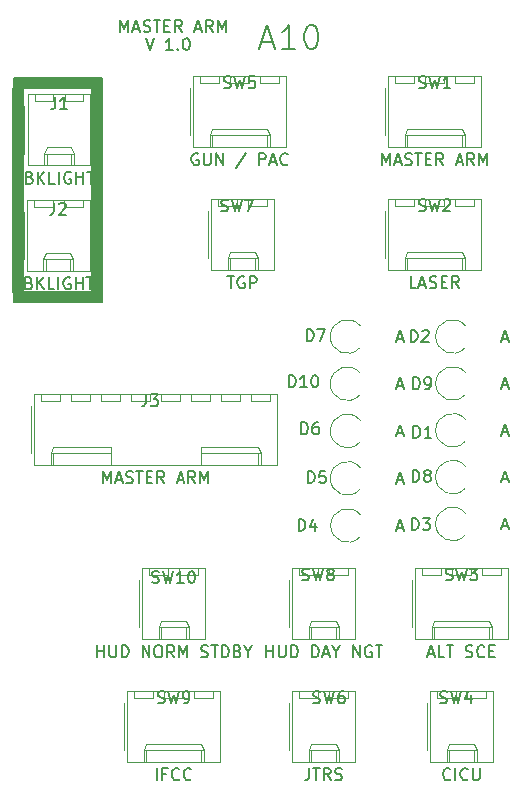
<source format=gbr>
%TF.GenerationSoftware,KiCad,Pcbnew,7.0.9*%
%TF.CreationDate,2023-12-04T05:24:49+10:00*%
%TF.ProjectId,MASTER ARM,4d415354-4552-4204-9152-4d2e6b696361,rev?*%
%TF.SameCoordinates,Original*%
%TF.FileFunction,Legend,Top*%
%TF.FilePolarity,Positive*%
%FSLAX46Y46*%
G04 Gerber Fmt 4.6, Leading zero omitted, Abs format (unit mm)*
G04 Created by KiCad (PCBNEW 7.0.9) date 2023-12-04 05:24:49*
%MOMM*%
%LPD*%
G01*
G04 APERTURE LIST*
%ADD10C,0.150000*%
%ADD11C,0.120000*%
G04 APERTURE END LIST*
D10*
X119065922Y-47383819D02*
X119399255Y-48383819D01*
X119399255Y-48383819D02*
X119732588Y-47383819D01*
X121351636Y-48383819D02*
X120780208Y-48383819D01*
X121065922Y-48383819D02*
X121065922Y-47383819D01*
X121065922Y-47383819D02*
X120970684Y-47526676D01*
X120970684Y-47526676D02*
X120875446Y-47621914D01*
X120875446Y-47621914D02*
X120780208Y-47669533D01*
X121780208Y-48288580D02*
X121827827Y-48336200D01*
X121827827Y-48336200D02*
X121780208Y-48383819D01*
X121780208Y-48383819D02*
X121732589Y-48336200D01*
X121732589Y-48336200D02*
X121780208Y-48288580D01*
X121780208Y-48288580D02*
X121780208Y-48383819D01*
X122446874Y-47383819D02*
X122542112Y-47383819D01*
X122542112Y-47383819D02*
X122637350Y-47431438D01*
X122637350Y-47431438D02*
X122684969Y-47479057D01*
X122684969Y-47479057D02*
X122732588Y-47574295D01*
X122732588Y-47574295D02*
X122780207Y-47764771D01*
X122780207Y-47764771D02*
X122780207Y-48002866D01*
X122780207Y-48002866D02*
X122732588Y-48193342D01*
X122732588Y-48193342D02*
X122684969Y-48288580D01*
X122684969Y-48288580D02*
X122637350Y-48336200D01*
X122637350Y-48336200D02*
X122542112Y-48383819D01*
X122542112Y-48383819D02*
X122446874Y-48383819D01*
X122446874Y-48383819D02*
X122351636Y-48336200D01*
X122351636Y-48336200D02*
X122304017Y-48288580D01*
X122304017Y-48288580D02*
X122256398Y-48193342D01*
X122256398Y-48193342D02*
X122208779Y-48002866D01*
X122208779Y-48002866D02*
X122208779Y-47764771D01*
X122208779Y-47764771D02*
X122256398Y-47574295D01*
X122256398Y-47574295D02*
X122304017Y-47479057D01*
X122304017Y-47479057D02*
X122351636Y-47431438D01*
X122351636Y-47431438D02*
X122446874Y-47383819D01*
X114530000Y-50754600D02*
X115390000Y-50754600D01*
X115390000Y-69740000D01*
X114530000Y-69740000D01*
X114530000Y-50754600D01*
G36*
X114530000Y-50754600D02*
G01*
X115390000Y-50754600D01*
X115390000Y-69740000D01*
X114530000Y-69740000D01*
X114530000Y-50754600D01*
G37*
X107850000Y-51582300D02*
X108710000Y-51582300D01*
X108710000Y-68917700D01*
X107850000Y-68917700D01*
X107850000Y-51582300D01*
G36*
X107850000Y-51582300D02*
G01*
X108710000Y-51582300D01*
X108710000Y-68917700D01*
X107850000Y-68917700D01*
X107850000Y-51582300D01*
G37*
X107890000Y-68880000D02*
X115390000Y-68880000D01*
X115390000Y-69740000D01*
X107890000Y-69740000D01*
X107890000Y-68880000D01*
G36*
X107890000Y-68880000D02*
G01*
X115390000Y-68880000D01*
X115390000Y-69740000D01*
X107890000Y-69740000D01*
X107890000Y-68880000D01*
G37*
X107880000Y-50742300D02*
X114870000Y-50742300D01*
X114870000Y-51602300D01*
X107880000Y-51602300D01*
X107880000Y-50742300D01*
G36*
X107880000Y-50742300D02*
G01*
X114870000Y-50742300D01*
X114870000Y-51602300D01*
X107880000Y-51602300D01*
X107880000Y-50742300D01*
G37*
X128879636Y-47716009D02*
X129832017Y-47716009D01*
X128689160Y-48287438D02*
X129355826Y-46287438D01*
X129355826Y-46287438D02*
X130022493Y-48287438D01*
X131736779Y-48287438D02*
X130593922Y-48287438D01*
X131165350Y-48287438D02*
X131165350Y-46287438D01*
X131165350Y-46287438D02*
X130974874Y-46573152D01*
X130974874Y-46573152D02*
X130784398Y-46763628D01*
X130784398Y-46763628D02*
X130593922Y-46858866D01*
X132974874Y-46287438D02*
X133165351Y-46287438D01*
X133165351Y-46287438D02*
X133355827Y-46382676D01*
X133355827Y-46382676D02*
X133451065Y-46477914D01*
X133451065Y-46477914D02*
X133546303Y-46668390D01*
X133546303Y-46668390D02*
X133641541Y-47049342D01*
X133641541Y-47049342D02*
X133641541Y-47525533D01*
X133641541Y-47525533D02*
X133546303Y-47906485D01*
X133546303Y-47906485D02*
X133451065Y-48096961D01*
X133451065Y-48096961D02*
X133355827Y-48192200D01*
X133355827Y-48192200D02*
X133165351Y-48287438D01*
X133165351Y-48287438D02*
X132974874Y-48287438D01*
X132974874Y-48287438D02*
X132784398Y-48192200D01*
X132784398Y-48192200D02*
X132689160Y-48096961D01*
X132689160Y-48096961D02*
X132593922Y-47906485D01*
X132593922Y-47906485D02*
X132498684Y-47525533D01*
X132498684Y-47525533D02*
X132498684Y-47049342D01*
X132498684Y-47049342D02*
X132593922Y-46668390D01*
X132593922Y-46668390D02*
X132689160Y-46477914D01*
X132689160Y-46477914D02*
X132784398Y-46382676D01*
X132784398Y-46382676D02*
X132974874Y-46287438D01*
X116922779Y-46859819D02*
X116922779Y-45859819D01*
X116922779Y-45859819D02*
X117256112Y-46574104D01*
X117256112Y-46574104D02*
X117589445Y-45859819D01*
X117589445Y-45859819D02*
X117589445Y-46859819D01*
X118018017Y-46574104D02*
X118494207Y-46574104D01*
X117922779Y-46859819D02*
X118256112Y-45859819D01*
X118256112Y-45859819D02*
X118589445Y-46859819D01*
X118875160Y-46812200D02*
X119018017Y-46859819D01*
X119018017Y-46859819D02*
X119256112Y-46859819D01*
X119256112Y-46859819D02*
X119351350Y-46812200D01*
X119351350Y-46812200D02*
X119398969Y-46764580D01*
X119398969Y-46764580D02*
X119446588Y-46669342D01*
X119446588Y-46669342D02*
X119446588Y-46574104D01*
X119446588Y-46574104D02*
X119398969Y-46478866D01*
X119398969Y-46478866D02*
X119351350Y-46431247D01*
X119351350Y-46431247D02*
X119256112Y-46383628D01*
X119256112Y-46383628D02*
X119065636Y-46336009D01*
X119065636Y-46336009D02*
X118970398Y-46288390D01*
X118970398Y-46288390D02*
X118922779Y-46240771D01*
X118922779Y-46240771D02*
X118875160Y-46145533D01*
X118875160Y-46145533D02*
X118875160Y-46050295D01*
X118875160Y-46050295D02*
X118922779Y-45955057D01*
X118922779Y-45955057D02*
X118970398Y-45907438D01*
X118970398Y-45907438D02*
X119065636Y-45859819D01*
X119065636Y-45859819D02*
X119303731Y-45859819D01*
X119303731Y-45859819D02*
X119446588Y-45907438D01*
X119732303Y-45859819D02*
X120303731Y-45859819D01*
X120018017Y-46859819D02*
X120018017Y-45859819D01*
X120637065Y-46336009D02*
X120970398Y-46336009D01*
X121113255Y-46859819D02*
X120637065Y-46859819D01*
X120637065Y-46859819D02*
X120637065Y-45859819D01*
X120637065Y-45859819D02*
X121113255Y-45859819D01*
X122113255Y-46859819D02*
X121779922Y-46383628D01*
X121541827Y-46859819D02*
X121541827Y-45859819D01*
X121541827Y-45859819D02*
X121922779Y-45859819D01*
X121922779Y-45859819D02*
X122018017Y-45907438D01*
X122018017Y-45907438D02*
X122065636Y-45955057D01*
X122065636Y-45955057D02*
X122113255Y-46050295D01*
X122113255Y-46050295D02*
X122113255Y-46193152D01*
X122113255Y-46193152D02*
X122065636Y-46288390D01*
X122065636Y-46288390D02*
X122018017Y-46336009D01*
X122018017Y-46336009D02*
X121922779Y-46383628D01*
X121922779Y-46383628D02*
X121541827Y-46383628D01*
X123256113Y-46574104D02*
X123732303Y-46574104D01*
X123160875Y-46859819D02*
X123494208Y-45859819D01*
X123494208Y-45859819D02*
X123827541Y-46859819D01*
X124732303Y-46859819D02*
X124398970Y-46383628D01*
X124160875Y-46859819D02*
X124160875Y-45859819D01*
X124160875Y-45859819D02*
X124541827Y-45859819D01*
X124541827Y-45859819D02*
X124637065Y-45907438D01*
X124637065Y-45907438D02*
X124684684Y-45955057D01*
X124684684Y-45955057D02*
X124732303Y-46050295D01*
X124732303Y-46050295D02*
X124732303Y-46193152D01*
X124732303Y-46193152D02*
X124684684Y-46288390D01*
X124684684Y-46288390D02*
X124637065Y-46336009D01*
X124637065Y-46336009D02*
X124541827Y-46383628D01*
X124541827Y-46383628D02*
X124160875Y-46383628D01*
X125160875Y-46859819D02*
X125160875Y-45859819D01*
X125160875Y-45859819D02*
X125494208Y-46574104D01*
X125494208Y-46574104D02*
X125827541Y-45859819D01*
X125827541Y-45859819D02*
X125827541Y-46859819D01*
X120078667Y-103641200D02*
X120221524Y-103688819D01*
X120221524Y-103688819D02*
X120459619Y-103688819D01*
X120459619Y-103688819D02*
X120554857Y-103641200D01*
X120554857Y-103641200D02*
X120602476Y-103593580D01*
X120602476Y-103593580D02*
X120650095Y-103498342D01*
X120650095Y-103498342D02*
X120650095Y-103403104D01*
X120650095Y-103403104D02*
X120602476Y-103307866D01*
X120602476Y-103307866D02*
X120554857Y-103260247D01*
X120554857Y-103260247D02*
X120459619Y-103212628D01*
X120459619Y-103212628D02*
X120269143Y-103165009D01*
X120269143Y-103165009D02*
X120173905Y-103117390D01*
X120173905Y-103117390D02*
X120126286Y-103069771D01*
X120126286Y-103069771D02*
X120078667Y-102974533D01*
X120078667Y-102974533D02*
X120078667Y-102879295D01*
X120078667Y-102879295D02*
X120126286Y-102784057D01*
X120126286Y-102784057D02*
X120173905Y-102736438D01*
X120173905Y-102736438D02*
X120269143Y-102688819D01*
X120269143Y-102688819D02*
X120507238Y-102688819D01*
X120507238Y-102688819D02*
X120650095Y-102736438D01*
X120983429Y-102688819D02*
X121221524Y-103688819D01*
X121221524Y-103688819D02*
X121412000Y-102974533D01*
X121412000Y-102974533D02*
X121602476Y-103688819D01*
X121602476Y-103688819D02*
X121840572Y-102688819D01*
X122269143Y-103688819D02*
X122459619Y-103688819D01*
X122459619Y-103688819D02*
X122554857Y-103641200D01*
X122554857Y-103641200D02*
X122602476Y-103593580D01*
X122602476Y-103593580D02*
X122697714Y-103450723D01*
X122697714Y-103450723D02*
X122745333Y-103260247D01*
X122745333Y-103260247D02*
X122745333Y-102879295D01*
X122745333Y-102879295D02*
X122697714Y-102784057D01*
X122697714Y-102784057D02*
X122650095Y-102736438D01*
X122650095Y-102736438D02*
X122554857Y-102688819D01*
X122554857Y-102688819D02*
X122364381Y-102688819D01*
X122364381Y-102688819D02*
X122269143Y-102736438D01*
X122269143Y-102736438D02*
X122221524Y-102784057D01*
X122221524Y-102784057D02*
X122173905Y-102879295D01*
X122173905Y-102879295D02*
X122173905Y-103117390D01*
X122173905Y-103117390D02*
X122221524Y-103212628D01*
X122221524Y-103212628D02*
X122269143Y-103260247D01*
X122269143Y-103260247D02*
X122364381Y-103307866D01*
X122364381Y-103307866D02*
X122554857Y-103307866D01*
X122554857Y-103307866D02*
X122650095Y-103260247D01*
X122650095Y-103260247D02*
X122697714Y-103212628D01*
X122697714Y-103212628D02*
X122745333Y-103117390D01*
X119983429Y-110198819D02*
X119983429Y-109198819D01*
X120792952Y-109675009D02*
X120459619Y-109675009D01*
X120459619Y-110198819D02*
X120459619Y-109198819D01*
X120459619Y-109198819D02*
X120935809Y-109198819D01*
X121888190Y-110103580D02*
X121840571Y-110151200D01*
X121840571Y-110151200D02*
X121697714Y-110198819D01*
X121697714Y-110198819D02*
X121602476Y-110198819D01*
X121602476Y-110198819D02*
X121459619Y-110151200D01*
X121459619Y-110151200D02*
X121364381Y-110055961D01*
X121364381Y-110055961D02*
X121316762Y-109960723D01*
X121316762Y-109960723D02*
X121269143Y-109770247D01*
X121269143Y-109770247D02*
X121269143Y-109627390D01*
X121269143Y-109627390D02*
X121316762Y-109436914D01*
X121316762Y-109436914D02*
X121364381Y-109341676D01*
X121364381Y-109341676D02*
X121459619Y-109246438D01*
X121459619Y-109246438D02*
X121602476Y-109198819D01*
X121602476Y-109198819D02*
X121697714Y-109198819D01*
X121697714Y-109198819D02*
X121840571Y-109246438D01*
X121840571Y-109246438D02*
X121888190Y-109294057D01*
X122888190Y-110103580D02*
X122840571Y-110151200D01*
X122840571Y-110151200D02*
X122697714Y-110198819D01*
X122697714Y-110198819D02*
X122602476Y-110198819D01*
X122602476Y-110198819D02*
X122459619Y-110151200D01*
X122459619Y-110151200D02*
X122364381Y-110055961D01*
X122364381Y-110055961D02*
X122316762Y-109960723D01*
X122316762Y-109960723D02*
X122269143Y-109770247D01*
X122269143Y-109770247D02*
X122269143Y-109627390D01*
X122269143Y-109627390D02*
X122316762Y-109436914D01*
X122316762Y-109436914D02*
X122364381Y-109341676D01*
X122364381Y-109341676D02*
X122459619Y-109246438D01*
X122459619Y-109246438D02*
X122602476Y-109198819D01*
X122602476Y-109198819D02*
X122697714Y-109198819D01*
X122697714Y-109198819D02*
X122840571Y-109246438D01*
X122840571Y-109246438D02*
X122888190Y-109294057D01*
X125666667Y-51571200D02*
X125809524Y-51618819D01*
X125809524Y-51618819D02*
X126047619Y-51618819D01*
X126047619Y-51618819D02*
X126142857Y-51571200D01*
X126142857Y-51571200D02*
X126190476Y-51523580D01*
X126190476Y-51523580D02*
X126238095Y-51428342D01*
X126238095Y-51428342D02*
X126238095Y-51333104D01*
X126238095Y-51333104D02*
X126190476Y-51237866D01*
X126190476Y-51237866D02*
X126142857Y-51190247D01*
X126142857Y-51190247D02*
X126047619Y-51142628D01*
X126047619Y-51142628D02*
X125857143Y-51095009D01*
X125857143Y-51095009D02*
X125761905Y-51047390D01*
X125761905Y-51047390D02*
X125714286Y-50999771D01*
X125714286Y-50999771D02*
X125666667Y-50904533D01*
X125666667Y-50904533D02*
X125666667Y-50809295D01*
X125666667Y-50809295D02*
X125714286Y-50714057D01*
X125714286Y-50714057D02*
X125761905Y-50666438D01*
X125761905Y-50666438D02*
X125857143Y-50618819D01*
X125857143Y-50618819D02*
X126095238Y-50618819D01*
X126095238Y-50618819D02*
X126238095Y-50666438D01*
X126571429Y-50618819D02*
X126809524Y-51618819D01*
X126809524Y-51618819D02*
X127000000Y-50904533D01*
X127000000Y-50904533D02*
X127190476Y-51618819D01*
X127190476Y-51618819D02*
X127428572Y-50618819D01*
X128285714Y-50618819D02*
X127809524Y-50618819D01*
X127809524Y-50618819D02*
X127761905Y-51095009D01*
X127761905Y-51095009D02*
X127809524Y-51047390D01*
X127809524Y-51047390D02*
X127904762Y-50999771D01*
X127904762Y-50999771D02*
X128142857Y-50999771D01*
X128142857Y-50999771D02*
X128238095Y-51047390D01*
X128238095Y-51047390D02*
X128285714Y-51095009D01*
X128285714Y-51095009D02*
X128333333Y-51190247D01*
X128333333Y-51190247D02*
X128333333Y-51428342D01*
X128333333Y-51428342D02*
X128285714Y-51523580D01*
X128285714Y-51523580D02*
X128238095Y-51571200D01*
X128238095Y-51571200D02*
X128142857Y-51618819D01*
X128142857Y-51618819D02*
X127904762Y-51618819D01*
X127904762Y-51618819D02*
X127809524Y-51571200D01*
X127809524Y-51571200D02*
X127761905Y-51523580D01*
X123499999Y-57176438D02*
X123404761Y-57128819D01*
X123404761Y-57128819D02*
X123261904Y-57128819D01*
X123261904Y-57128819D02*
X123119047Y-57176438D01*
X123119047Y-57176438D02*
X123023809Y-57271676D01*
X123023809Y-57271676D02*
X122976190Y-57366914D01*
X122976190Y-57366914D02*
X122928571Y-57557390D01*
X122928571Y-57557390D02*
X122928571Y-57700247D01*
X122928571Y-57700247D02*
X122976190Y-57890723D01*
X122976190Y-57890723D02*
X123023809Y-57985961D01*
X123023809Y-57985961D02*
X123119047Y-58081200D01*
X123119047Y-58081200D02*
X123261904Y-58128819D01*
X123261904Y-58128819D02*
X123357142Y-58128819D01*
X123357142Y-58128819D02*
X123499999Y-58081200D01*
X123499999Y-58081200D02*
X123547618Y-58033580D01*
X123547618Y-58033580D02*
X123547618Y-57700247D01*
X123547618Y-57700247D02*
X123357142Y-57700247D01*
X123976190Y-57128819D02*
X123976190Y-57938342D01*
X123976190Y-57938342D02*
X124023809Y-58033580D01*
X124023809Y-58033580D02*
X124071428Y-58081200D01*
X124071428Y-58081200D02*
X124166666Y-58128819D01*
X124166666Y-58128819D02*
X124357142Y-58128819D01*
X124357142Y-58128819D02*
X124452380Y-58081200D01*
X124452380Y-58081200D02*
X124499999Y-58033580D01*
X124499999Y-58033580D02*
X124547618Y-57938342D01*
X124547618Y-57938342D02*
X124547618Y-57128819D01*
X125023809Y-58128819D02*
X125023809Y-57128819D01*
X125023809Y-57128819D02*
X125595237Y-58128819D01*
X125595237Y-58128819D02*
X125595237Y-57128819D01*
X127547618Y-57081200D02*
X126690476Y-58366914D01*
X128642857Y-58128819D02*
X128642857Y-57128819D01*
X128642857Y-57128819D02*
X129023809Y-57128819D01*
X129023809Y-57128819D02*
X129119047Y-57176438D01*
X129119047Y-57176438D02*
X129166666Y-57224057D01*
X129166666Y-57224057D02*
X129214285Y-57319295D01*
X129214285Y-57319295D02*
X129214285Y-57462152D01*
X129214285Y-57462152D02*
X129166666Y-57557390D01*
X129166666Y-57557390D02*
X129119047Y-57605009D01*
X129119047Y-57605009D02*
X129023809Y-57652628D01*
X129023809Y-57652628D02*
X128642857Y-57652628D01*
X129595238Y-57843104D02*
X130071428Y-57843104D01*
X129500000Y-58128819D02*
X129833333Y-57128819D01*
X129833333Y-57128819D02*
X130166666Y-58128819D01*
X131071428Y-58033580D02*
X131023809Y-58081200D01*
X131023809Y-58081200D02*
X130880952Y-58128819D01*
X130880952Y-58128819D02*
X130785714Y-58128819D01*
X130785714Y-58128819D02*
X130642857Y-58081200D01*
X130642857Y-58081200D02*
X130547619Y-57985961D01*
X130547619Y-57985961D02*
X130500000Y-57890723D01*
X130500000Y-57890723D02*
X130452381Y-57700247D01*
X130452381Y-57700247D02*
X130452381Y-57557390D01*
X130452381Y-57557390D02*
X130500000Y-57366914D01*
X130500000Y-57366914D02*
X130547619Y-57271676D01*
X130547619Y-57271676D02*
X130642857Y-57176438D01*
X130642857Y-57176438D02*
X130785714Y-57128819D01*
X130785714Y-57128819D02*
X130880952Y-57128819D01*
X130880952Y-57128819D02*
X131023809Y-57176438D01*
X131023809Y-57176438D02*
X131071428Y-57224057D01*
X144462667Y-93247200D02*
X144605524Y-93294819D01*
X144605524Y-93294819D02*
X144843619Y-93294819D01*
X144843619Y-93294819D02*
X144938857Y-93247200D01*
X144938857Y-93247200D02*
X144986476Y-93199580D01*
X144986476Y-93199580D02*
X145034095Y-93104342D01*
X145034095Y-93104342D02*
X145034095Y-93009104D01*
X145034095Y-93009104D02*
X144986476Y-92913866D01*
X144986476Y-92913866D02*
X144938857Y-92866247D01*
X144938857Y-92866247D02*
X144843619Y-92818628D01*
X144843619Y-92818628D02*
X144653143Y-92771009D01*
X144653143Y-92771009D02*
X144557905Y-92723390D01*
X144557905Y-92723390D02*
X144510286Y-92675771D01*
X144510286Y-92675771D02*
X144462667Y-92580533D01*
X144462667Y-92580533D02*
X144462667Y-92485295D01*
X144462667Y-92485295D02*
X144510286Y-92390057D01*
X144510286Y-92390057D02*
X144557905Y-92342438D01*
X144557905Y-92342438D02*
X144653143Y-92294819D01*
X144653143Y-92294819D02*
X144891238Y-92294819D01*
X144891238Y-92294819D02*
X145034095Y-92342438D01*
X145367429Y-92294819D02*
X145605524Y-93294819D01*
X145605524Y-93294819D02*
X145796000Y-92580533D01*
X145796000Y-92580533D02*
X145986476Y-93294819D01*
X145986476Y-93294819D02*
X146224572Y-92294819D01*
X146510286Y-92294819D02*
X147129333Y-92294819D01*
X147129333Y-92294819D02*
X146796000Y-92675771D01*
X146796000Y-92675771D02*
X146938857Y-92675771D01*
X146938857Y-92675771D02*
X147034095Y-92723390D01*
X147034095Y-92723390D02*
X147081714Y-92771009D01*
X147081714Y-92771009D02*
X147129333Y-92866247D01*
X147129333Y-92866247D02*
X147129333Y-93104342D01*
X147129333Y-93104342D02*
X147081714Y-93199580D01*
X147081714Y-93199580D02*
X147034095Y-93247200D01*
X147034095Y-93247200D02*
X146938857Y-93294819D01*
X146938857Y-93294819D02*
X146653143Y-93294819D01*
X146653143Y-93294819D02*
X146557905Y-93247200D01*
X146557905Y-93247200D02*
X146510286Y-93199580D01*
X142962666Y-99519104D02*
X143438856Y-99519104D01*
X142867428Y-99804819D02*
X143200761Y-98804819D01*
X143200761Y-98804819D02*
X143534094Y-99804819D01*
X144343618Y-99804819D02*
X143867428Y-99804819D01*
X143867428Y-99804819D02*
X143867428Y-98804819D01*
X144534095Y-98804819D02*
X145105523Y-98804819D01*
X144819809Y-99804819D02*
X144819809Y-98804819D01*
X146153143Y-99757200D02*
X146296000Y-99804819D01*
X146296000Y-99804819D02*
X146534095Y-99804819D01*
X146534095Y-99804819D02*
X146629333Y-99757200D01*
X146629333Y-99757200D02*
X146676952Y-99709580D01*
X146676952Y-99709580D02*
X146724571Y-99614342D01*
X146724571Y-99614342D02*
X146724571Y-99519104D01*
X146724571Y-99519104D02*
X146676952Y-99423866D01*
X146676952Y-99423866D02*
X146629333Y-99376247D01*
X146629333Y-99376247D02*
X146534095Y-99328628D01*
X146534095Y-99328628D02*
X146343619Y-99281009D01*
X146343619Y-99281009D02*
X146248381Y-99233390D01*
X146248381Y-99233390D02*
X146200762Y-99185771D01*
X146200762Y-99185771D02*
X146153143Y-99090533D01*
X146153143Y-99090533D02*
X146153143Y-98995295D01*
X146153143Y-98995295D02*
X146200762Y-98900057D01*
X146200762Y-98900057D02*
X146248381Y-98852438D01*
X146248381Y-98852438D02*
X146343619Y-98804819D01*
X146343619Y-98804819D02*
X146581714Y-98804819D01*
X146581714Y-98804819D02*
X146724571Y-98852438D01*
X147724571Y-99709580D02*
X147676952Y-99757200D01*
X147676952Y-99757200D02*
X147534095Y-99804819D01*
X147534095Y-99804819D02*
X147438857Y-99804819D01*
X147438857Y-99804819D02*
X147296000Y-99757200D01*
X147296000Y-99757200D02*
X147200762Y-99661961D01*
X147200762Y-99661961D02*
X147153143Y-99566723D01*
X147153143Y-99566723D02*
X147105524Y-99376247D01*
X147105524Y-99376247D02*
X147105524Y-99233390D01*
X147105524Y-99233390D02*
X147153143Y-99042914D01*
X147153143Y-99042914D02*
X147200762Y-98947676D01*
X147200762Y-98947676D02*
X147296000Y-98852438D01*
X147296000Y-98852438D02*
X147438857Y-98804819D01*
X147438857Y-98804819D02*
X147534095Y-98804819D01*
X147534095Y-98804819D02*
X147676952Y-98852438D01*
X147676952Y-98852438D02*
X147724571Y-98900057D01*
X148153143Y-99281009D02*
X148486476Y-99281009D01*
X148629333Y-99804819D02*
X148153143Y-99804819D01*
X148153143Y-99804819D02*
X148153143Y-98804819D01*
X148153143Y-98804819D02*
X148629333Y-98804819D01*
X142176667Y-61985200D02*
X142319524Y-62032819D01*
X142319524Y-62032819D02*
X142557619Y-62032819D01*
X142557619Y-62032819D02*
X142652857Y-61985200D01*
X142652857Y-61985200D02*
X142700476Y-61937580D01*
X142700476Y-61937580D02*
X142748095Y-61842342D01*
X142748095Y-61842342D02*
X142748095Y-61747104D01*
X142748095Y-61747104D02*
X142700476Y-61651866D01*
X142700476Y-61651866D02*
X142652857Y-61604247D01*
X142652857Y-61604247D02*
X142557619Y-61556628D01*
X142557619Y-61556628D02*
X142367143Y-61509009D01*
X142367143Y-61509009D02*
X142271905Y-61461390D01*
X142271905Y-61461390D02*
X142224286Y-61413771D01*
X142224286Y-61413771D02*
X142176667Y-61318533D01*
X142176667Y-61318533D02*
X142176667Y-61223295D01*
X142176667Y-61223295D02*
X142224286Y-61128057D01*
X142224286Y-61128057D02*
X142271905Y-61080438D01*
X142271905Y-61080438D02*
X142367143Y-61032819D01*
X142367143Y-61032819D02*
X142605238Y-61032819D01*
X142605238Y-61032819D02*
X142748095Y-61080438D01*
X143081429Y-61032819D02*
X143319524Y-62032819D01*
X143319524Y-62032819D02*
X143510000Y-61318533D01*
X143510000Y-61318533D02*
X143700476Y-62032819D01*
X143700476Y-62032819D02*
X143938572Y-61032819D01*
X144271905Y-61128057D02*
X144319524Y-61080438D01*
X144319524Y-61080438D02*
X144414762Y-61032819D01*
X144414762Y-61032819D02*
X144652857Y-61032819D01*
X144652857Y-61032819D02*
X144748095Y-61080438D01*
X144748095Y-61080438D02*
X144795714Y-61128057D01*
X144795714Y-61128057D02*
X144843333Y-61223295D01*
X144843333Y-61223295D02*
X144843333Y-61318533D01*
X144843333Y-61318533D02*
X144795714Y-61461390D01*
X144795714Y-61461390D02*
X144224286Y-62032819D01*
X144224286Y-62032819D02*
X144843333Y-62032819D01*
X141962380Y-68542819D02*
X141486190Y-68542819D01*
X141486190Y-68542819D02*
X141486190Y-67542819D01*
X142248095Y-68257104D02*
X142724285Y-68257104D01*
X142152857Y-68542819D02*
X142486190Y-67542819D01*
X142486190Y-67542819D02*
X142819523Y-68542819D01*
X143105238Y-68495200D02*
X143248095Y-68542819D01*
X143248095Y-68542819D02*
X143486190Y-68542819D01*
X143486190Y-68542819D02*
X143581428Y-68495200D01*
X143581428Y-68495200D02*
X143629047Y-68447580D01*
X143629047Y-68447580D02*
X143676666Y-68352342D01*
X143676666Y-68352342D02*
X143676666Y-68257104D01*
X143676666Y-68257104D02*
X143629047Y-68161866D01*
X143629047Y-68161866D02*
X143581428Y-68114247D01*
X143581428Y-68114247D02*
X143486190Y-68066628D01*
X143486190Y-68066628D02*
X143295714Y-68019009D01*
X143295714Y-68019009D02*
X143200476Y-67971390D01*
X143200476Y-67971390D02*
X143152857Y-67923771D01*
X143152857Y-67923771D02*
X143105238Y-67828533D01*
X143105238Y-67828533D02*
X143105238Y-67733295D01*
X143105238Y-67733295D02*
X143152857Y-67638057D01*
X143152857Y-67638057D02*
X143200476Y-67590438D01*
X143200476Y-67590438D02*
X143295714Y-67542819D01*
X143295714Y-67542819D02*
X143533809Y-67542819D01*
X143533809Y-67542819D02*
X143676666Y-67590438D01*
X144105238Y-68019009D02*
X144438571Y-68019009D01*
X144581428Y-68542819D02*
X144105238Y-68542819D01*
X144105238Y-68542819D02*
X144105238Y-67542819D01*
X144105238Y-67542819D02*
X144581428Y-67542819D01*
X145581428Y-68542819D02*
X145248095Y-68066628D01*
X145010000Y-68542819D02*
X145010000Y-67542819D01*
X145010000Y-67542819D02*
X145390952Y-67542819D01*
X145390952Y-67542819D02*
X145486190Y-67590438D01*
X145486190Y-67590438D02*
X145533809Y-67638057D01*
X145533809Y-67638057D02*
X145581428Y-67733295D01*
X145581428Y-67733295D02*
X145581428Y-67876152D01*
X145581428Y-67876152D02*
X145533809Y-67971390D01*
X145533809Y-67971390D02*
X145486190Y-68019009D01*
X145486190Y-68019009D02*
X145390952Y-68066628D01*
X145390952Y-68066628D02*
X145010000Y-68066628D01*
X142176667Y-51571200D02*
X142319524Y-51618819D01*
X142319524Y-51618819D02*
X142557619Y-51618819D01*
X142557619Y-51618819D02*
X142652857Y-51571200D01*
X142652857Y-51571200D02*
X142700476Y-51523580D01*
X142700476Y-51523580D02*
X142748095Y-51428342D01*
X142748095Y-51428342D02*
X142748095Y-51333104D01*
X142748095Y-51333104D02*
X142700476Y-51237866D01*
X142700476Y-51237866D02*
X142652857Y-51190247D01*
X142652857Y-51190247D02*
X142557619Y-51142628D01*
X142557619Y-51142628D02*
X142367143Y-51095009D01*
X142367143Y-51095009D02*
X142271905Y-51047390D01*
X142271905Y-51047390D02*
X142224286Y-50999771D01*
X142224286Y-50999771D02*
X142176667Y-50904533D01*
X142176667Y-50904533D02*
X142176667Y-50809295D01*
X142176667Y-50809295D02*
X142224286Y-50714057D01*
X142224286Y-50714057D02*
X142271905Y-50666438D01*
X142271905Y-50666438D02*
X142367143Y-50618819D01*
X142367143Y-50618819D02*
X142605238Y-50618819D01*
X142605238Y-50618819D02*
X142748095Y-50666438D01*
X143081429Y-50618819D02*
X143319524Y-51618819D01*
X143319524Y-51618819D02*
X143510000Y-50904533D01*
X143510000Y-50904533D02*
X143700476Y-51618819D01*
X143700476Y-51618819D02*
X143938572Y-50618819D01*
X144843333Y-51618819D02*
X144271905Y-51618819D01*
X144557619Y-51618819D02*
X144557619Y-50618819D01*
X144557619Y-50618819D02*
X144462381Y-50761676D01*
X144462381Y-50761676D02*
X144367143Y-50856914D01*
X144367143Y-50856914D02*
X144271905Y-50904533D01*
X139057619Y-58128819D02*
X139057619Y-57128819D01*
X139057619Y-57128819D02*
X139390952Y-57843104D01*
X139390952Y-57843104D02*
X139724285Y-57128819D01*
X139724285Y-57128819D02*
X139724285Y-58128819D01*
X140152857Y-57843104D02*
X140629047Y-57843104D01*
X140057619Y-58128819D02*
X140390952Y-57128819D01*
X140390952Y-57128819D02*
X140724285Y-58128819D01*
X141010000Y-58081200D02*
X141152857Y-58128819D01*
X141152857Y-58128819D02*
X141390952Y-58128819D01*
X141390952Y-58128819D02*
X141486190Y-58081200D01*
X141486190Y-58081200D02*
X141533809Y-58033580D01*
X141533809Y-58033580D02*
X141581428Y-57938342D01*
X141581428Y-57938342D02*
X141581428Y-57843104D01*
X141581428Y-57843104D02*
X141533809Y-57747866D01*
X141533809Y-57747866D02*
X141486190Y-57700247D01*
X141486190Y-57700247D02*
X141390952Y-57652628D01*
X141390952Y-57652628D02*
X141200476Y-57605009D01*
X141200476Y-57605009D02*
X141105238Y-57557390D01*
X141105238Y-57557390D02*
X141057619Y-57509771D01*
X141057619Y-57509771D02*
X141010000Y-57414533D01*
X141010000Y-57414533D02*
X141010000Y-57319295D01*
X141010000Y-57319295D02*
X141057619Y-57224057D01*
X141057619Y-57224057D02*
X141105238Y-57176438D01*
X141105238Y-57176438D02*
X141200476Y-57128819D01*
X141200476Y-57128819D02*
X141438571Y-57128819D01*
X141438571Y-57128819D02*
X141581428Y-57176438D01*
X141867143Y-57128819D02*
X142438571Y-57128819D01*
X142152857Y-58128819D02*
X142152857Y-57128819D01*
X142771905Y-57605009D02*
X143105238Y-57605009D01*
X143248095Y-58128819D02*
X142771905Y-58128819D01*
X142771905Y-58128819D02*
X142771905Y-57128819D01*
X142771905Y-57128819D02*
X143248095Y-57128819D01*
X144248095Y-58128819D02*
X143914762Y-57652628D01*
X143676667Y-58128819D02*
X143676667Y-57128819D01*
X143676667Y-57128819D02*
X144057619Y-57128819D01*
X144057619Y-57128819D02*
X144152857Y-57176438D01*
X144152857Y-57176438D02*
X144200476Y-57224057D01*
X144200476Y-57224057D02*
X144248095Y-57319295D01*
X144248095Y-57319295D02*
X144248095Y-57462152D01*
X144248095Y-57462152D02*
X144200476Y-57557390D01*
X144200476Y-57557390D02*
X144152857Y-57605009D01*
X144152857Y-57605009D02*
X144057619Y-57652628D01*
X144057619Y-57652628D02*
X143676667Y-57652628D01*
X145390953Y-57843104D02*
X145867143Y-57843104D01*
X145295715Y-58128819D02*
X145629048Y-57128819D01*
X145629048Y-57128819D02*
X145962381Y-58128819D01*
X146867143Y-58128819D02*
X146533810Y-57652628D01*
X146295715Y-58128819D02*
X146295715Y-57128819D01*
X146295715Y-57128819D02*
X146676667Y-57128819D01*
X146676667Y-57128819D02*
X146771905Y-57176438D01*
X146771905Y-57176438D02*
X146819524Y-57224057D01*
X146819524Y-57224057D02*
X146867143Y-57319295D01*
X146867143Y-57319295D02*
X146867143Y-57462152D01*
X146867143Y-57462152D02*
X146819524Y-57557390D01*
X146819524Y-57557390D02*
X146771905Y-57605009D01*
X146771905Y-57605009D02*
X146676667Y-57652628D01*
X146676667Y-57652628D02*
X146295715Y-57652628D01*
X147295715Y-58128819D02*
X147295715Y-57128819D01*
X147295715Y-57128819D02*
X147629048Y-57843104D01*
X147629048Y-57843104D02*
X147962381Y-57128819D01*
X147962381Y-57128819D02*
X147962381Y-58128819D01*
X119084666Y-77542819D02*
X119084666Y-78257104D01*
X119084666Y-78257104D02*
X119037047Y-78399961D01*
X119037047Y-78399961D02*
X118941809Y-78495200D01*
X118941809Y-78495200D02*
X118798952Y-78542819D01*
X118798952Y-78542819D02*
X118703714Y-78542819D01*
X119465619Y-77542819D02*
X120084666Y-77542819D01*
X120084666Y-77542819D02*
X119751333Y-77923771D01*
X119751333Y-77923771D02*
X119894190Y-77923771D01*
X119894190Y-77923771D02*
X119989428Y-77971390D01*
X119989428Y-77971390D02*
X120037047Y-78019009D01*
X120037047Y-78019009D02*
X120084666Y-78114247D01*
X120084666Y-78114247D02*
X120084666Y-78352342D01*
X120084666Y-78352342D02*
X120037047Y-78447580D01*
X120037047Y-78447580D02*
X119989428Y-78495200D01*
X119989428Y-78495200D02*
X119894190Y-78542819D01*
X119894190Y-78542819D02*
X119608476Y-78542819D01*
X119608476Y-78542819D02*
X119513238Y-78495200D01*
X119513238Y-78495200D02*
X119465619Y-78447580D01*
X115435619Y-85052819D02*
X115435619Y-84052819D01*
X115435619Y-84052819D02*
X115768952Y-84767104D01*
X115768952Y-84767104D02*
X116102285Y-84052819D01*
X116102285Y-84052819D02*
X116102285Y-85052819D01*
X116530857Y-84767104D02*
X117007047Y-84767104D01*
X116435619Y-85052819D02*
X116768952Y-84052819D01*
X116768952Y-84052819D02*
X117102285Y-85052819D01*
X117388000Y-85005200D02*
X117530857Y-85052819D01*
X117530857Y-85052819D02*
X117768952Y-85052819D01*
X117768952Y-85052819D02*
X117864190Y-85005200D01*
X117864190Y-85005200D02*
X117911809Y-84957580D01*
X117911809Y-84957580D02*
X117959428Y-84862342D01*
X117959428Y-84862342D02*
X117959428Y-84767104D01*
X117959428Y-84767104D02*
X117911809Y-84671866D01*
X117911809Y-84671866D02*
X117864190Y-84624247D01*
X117864190Y-84624247D02*
X117768952Y-84576628D01*
X117768952Y-84576628D02*
X117578476Y-84529009D01*
X117578476Y-84529009D02*
X117483238Y-84481390D01*
X117483238Y-84481390D02*
X117435619Y-84433771D01*
X117435619Y-84433771D02*
X117388000Y-84338533D01*
X117388000Y-84338533D02*
X117388000Y-84243295D01*
X117388000Y-84243295D02*
X117435619Y-84148057D01*
X117435619Y-84148057D02*
X117483238Y-84100438D01*
X117483238Y-84100438D02*
X117578476Y-84052819D01*
X117578476Y-84052819D02*
X117816571Y-84052819D01*
X117816571Y-84052819D02*
X117959428Y-84100438D01*
X118245143Y-84052819D02*
X118816571Y-84052819D01*
X118530857Y-85052819D02*
X118530857Y-84052819D01*
X119149905Y-84529009D02*
X119483238Y-84529009D01*
X119626095Y-85052819D02*
X119149905Y-85052819D01*
X119149905Y-85052819D02*
X119149905Y-84052819D01*
X119149905Y-84052819D02*
X119626095Y-84052819D01*
X120626095Y-85052819D02*
X120292762Y-84576628D01*
X120054667Y-85052819D02*
X120054667Y-84052819D01*
X120054667Y-84052819D02*
X120435619Y-84052819D01*
X120435619Y-84052819D02*
X120530857Y-84100438D01*
X120530857Y-84100438D02*
X120578476Y-84148057D01*
X120578476Y-84148057D02*
X120626095Y-84243295D01*
X120626095Y-84243295D02*
X120626095Y-84386152D01*
X120626095Y-84386152D02*
X120578476Y-84481390D01*
X120578476Y-84481390D02*
X120530857Y-84529009D01*
X120530857Y-84529009D02*
X120435619Y-84576628D01*
X120435619Y-84576628D02*
X120054667Y-84576628D01*
X121768953Y-84767104D02*
X122245143Y-84767104D01*
X121673715Y-85052819D02*
X122007048Y-84052819D01*
X122007048Y-84052819D02*
X122340381Y-85052819D01*
X123245143Y-85052819D02*
X122911810Y-84576628D01*
X122673715Y-85052819D02*
X122673715Y-84052819D01*
X122673715Y-84052819D02*
X123054667Y-84052819D01*
X123054667Y-84052819D02*
X123149905Y-84100438D01*
X123149905Y-84100438D02*
X123197524Y-84148057D01*
X123197524Y-84148057D02*
X123245143Y-84243295D01*
X123245143Y-84243295D02*
X123245143Y-84386152D01*
X123245143Y-84386152D02*
X123197524Y-84481390D01*
X123197524Y-84481390D02*
X123149905Y-84529009D01*
X123149905Y-84529009D02*
X123054667Y-84576628D01*
X123054667Y-84576628D02*
X122673715Y-84576628D01*
X123673715Y-85052819D02*
X123673715Y-84052819D01*
X123673715Y-84052819D02*
X124007048Y-84767104D01*
X124007048Y-84767104D02*
X124340381Y-84052819D01*
X124340381Y-84052819D02*
X124340381Y-85052819D01*
X119602476Y-93467200D02*
X119745333Y-93514819D01*
X119745333Y-93514819D02*
X119983428Y-93514819D01*
X119983428Y-93514819D02*
X120078666Y-93467200D01*
X120078666Y-93467200D02*
X120126285Y-93419580D01*
X120126285Y-93419580D02*
X120173904Y-93324342D01*
X120173904Y-93324342D02*
X120173904Y-93229104D01*
X120173904Y-93229104D02*
X120126285Y-93133866D01*
X120126285Y-93133866D02*
X120078666Y-93086247D01*
X120078666Y-93086247D02*
X119983428Y-93038628D01*
X119983428Y-93038628D02*
X119792952Y-92991009D01*
X119792952Y-92991009D02*
X119697714Y-92943390D01*
X119697714Y-92943390D02*
X119650095Y-92895771D01*
X119650095Y-92895771D02*
X119602476Y-92800533D01*
X119602476Y-92800533D02*
X119602476Y-92705295D01*
X119602476Y-92705295D02*
X119650095Y-92610057D01*
X119650095Y-92610057D02*
X119697714Y-92562438D01*
X119697714Y-92562438D02*
X119792952Y-92514819D01*
X119792952Y-92514819D02*
X120031047Y-92514819D01*
X120031047Y-92514819D02*
X120173904Y-92562438D01*
X120507238Y-92514819D02*
X120745333Y-93514819D01*
X120745333Y-93514819D02*
X120935809Y-92800533D01*
X120935809Y-92800533D02*
X121126285Y-93514819D01*
X121126285Y-93514819D02*
X121364381Y-92514819D01*
X122269142Y-93514819D02*
X121697714Y-93514819D01*
X121983428Y-93514819D02*
X121983428Y-92514819D01*
X121983428Y-92514819D02*
X121888190Y-92657676D01*
X121888190Y-92657676D02*
X121792952Y-92752914D01*
X121792952Y-92752914D02*
X121697714Y-92800533D01*
X122888190Y-92514819D02*
X122983428Y-92514819D01*
X122983428Y-92514819D02*
X123078666Y-92562438D01*
X123078666Y-92562438D02*
X123126285Y-92610057D01*
X123126285Y-92610057D02*
X123173904Y-92705295D01*
X123173904Y-92705295D02*
X123221523Y-92895771D01*
X123221523Y-92895771D02*
X123221523Y-93133866D01*
X123221523Y-93133866D02*
X123173904Y-93324342D01*
X123173904Y-93324342D02*
X123126285Y-93419580D01*
X123126285Y-93419580D02*
X123078666Y-93467200D01*
X123078666Y-93467200D02*
X122983428Y-93514819D01*
X122983428Y-93514819D02*
X122888190Y-93514819D01*
X122888190Y-93514819D02*
X122792952Y-93467200D01*
X122792952Y-93467200D02*
X122745333Y-93419580D01*
X122745333Y-93419580D02*
X122697714Y-93324342D01*
X122697714Y-93324342D02*
X122650095Y-93133866D01*
X122650095Y-93133866D02*
X122650095Y-92895771D01*
X122650095Y-92895771D02*
X122697714Y-92705295D01*
X122697714Y-92705295D02*
X122745333Y-92610057D01*
X122745333Y-92610057D02*
X122792952Y-92562438D01*
X122792952Y-92562438D02*
X122888190Y-92514819D01*
X114935809Y-99804819D02*
X114935809Y-98804819D01*
X114935809Y-99281009D02*
X115507237Y-99281009D01*
X115507237Y-99804819D02*
X115507237Y-98804819D01*
X115983428Y-98804819D02*
X115983428Y-99614342D01*
X115983428Y-99614342D02*
X116031047Y-99709580D01*
X116031047Y-99709580D02*
X116078666Y-99757200D01*
X116078666Y-99757200D02*
X116173904Y-99804819D01*
X116173904Y-99804819D02*
X116364380Y-99804819D01*
X116364380Y-99804819D02*
X116459618Y-99757200D01*
X116459618Y-99757200D02*
X116507237Y-99709580D01*
X116507237Y-99709580D02*
X116554856Y-99614342D01*
X116554856Y-99614342D02*
X116554856Y-98804819D01*
X117031047Y-99804819D02*
X117031047Y-98804819D01*
X117031047Y-98804819D02*
X117269142Y-98804819D01*
X117269142Y-98804819D02*
X117411999Y-98852438D01*
X117411999Y-98852438D02*
X117507237Y-98947676D01*
X117507237Y-98947676D02*
X117554856Y-99042914D01*
X117554856Y-99042914D02*
X117602475Y-99233390D01*
X117602475Y-99233390D02*
X117602475Y-99376247D01*
X117602475Y-99376247D02*
X117554856Y-99566723D01*
X117554856Y-99566723D02*
X117507237Y-99661961D01*
X117507237Y-99661961D02*
X117411999Y-99757200D01*
X117411999Y-99757200D02*
X117269142Y-99804819D01*
X117269142Y-99804819D02*
X117031047Y-99804819D01*
X118792952Y-99804819D02*
X118792952Y-98804819D01*
X118792952Y-98804819D02*
X119364380Y-99804819D01*
X119364380Y-99804819D02*
X119364380Y-98804819D01*
X120031047Y-98804819D02*
X120221523Y-98804819D01*
X120221523Y-98804819D02*
X120316761Y-98852438D01*
X120316761Y-98852438D02*
X120411999Y-98947676D01*
X120411999Y-98947676D02*
X120459618Y-99138152D01*
X120459618Y-99138152D02*
X120459618Y-99471485D01*
X120459618Y-99471485D02*
X120411999Y-99661961D01*
X120411999Y-99661961D02*
X120316761Y-99757200D01*
X120316761Y-99757200D02*
X120221523Y-99804819D01*
X120221523Y-99804819D02*
X120031047Y-99804819D01*
X120031047Y-99804819D02*
X119935809Y-99757200D01*
X119935809Y-99757200D02*
X119840571Y-99661961D01*
X119840571Y-99661961D02*
X119792952Y-99471485D01*
X119792952Y-99471485D02*
X119792952Y-99138152D01*
X119792952Y-99138152D02*
X119840571Y-98947676D01*
X119840571Y-98947676D02*
X119935809Y-98852438D01*
X119935809Y-98852438D02*
X120031047Y-98804819D01*
X121459618Y-99804819D02*
X121126285Y-99328628D01*
X120888190Y-99804819D02*
X120888190Y-98804819D01*
X120888190Y-98804819D02*
X121269142Y-98804819D01*
X121269142Y-98804819D02*
X121364380Y-98852438D01*
X121364380Y-98852438D02*
X121411999Y-98900057D01*
X121411999Y-98900057D02*
X121459618Y-98995295D01*
X121459618Y-98995295D02*
X121459618Y-99138152D01*
X121459618Y-99138152D02*
X121411999Y-99233390D01*
X121411999Y-99233390D02*
X121364380Y-99281009D01*
X121364380Y-99281009D02*
X121269142Y-99328628D01*
X121269142Y-99328628D02*
X120888190Y-99328628D01*
X121888190Y-99804819D02*
X121888190Y-98804819D01*
X121888190Y-98804819D02*
X122221523Y-99519104D01*
X122221523Y-99519104D02*
X122554856Y-98804819D01*
X122554856Y-98804819D02*
X122554856Y-99804819D01*
X123745333Y-99757200D02*
X123888190Y-99804819D01*
X123888190Y-99804819D02*
X124126285Y-99804819D01*
X124126285Y-99804819D02*
X124221523Y-99757200D01*
X124221523Y-99757200D02*
X124269142Y-99709580D01*
X124269142Y-99709580D02*
X124316761Y-99614342D01*
X124316761Y-99614342D02*
X124316761Y-99519104D01*
X124316761Y-99519104D02*
X124269142Y-99423866D01*
X124269142Y-99423866D02*
X124221523Y-99376247D01*
X124221523Y-99376247D02*
X124126285Y-99328628D01*
X124126285Y-99328628D02*
X123935809Y-99281009D01*
X123935809Y-99281009D02*
X123840571Y-99233390D01*
X123840571Y-99233390D02*
X123792952Y-99185771D01*
X123792952Y-99185771D02*
X123745333Y-99090533D01*
X123745333Y-99090533D02*
X123745333Y-98995295D01*
X123745333Y-98995295D02*
X123792952Y-98900057D01*
X123792952Y-98900057D02*
X123840571Y-98852438D01*
X123840571Y-98852438D02*
X123935809Y-98804819D01*
X123935809Y-98804819D02*
X124173904Y-98804819D01*
X124173904Y-98804819D02*
X124316761Y-98852438D01*
X124602476Y-98804819D02*
X125173904Y-98804819D01*
X124888190Y-99804819D02*
X124888190Y-98804819D01*
X125507238Y-99804819D02*
X125507238Y-98804819D01*
X125507238Y-98804819D02*
X125745333Y-98804819D01*
X125745333Y-98804819D02*
X125888190Y-98852438D01*
X125888190Y-98852438D02*
X125983428Y-98947676D01*
X125983428Y-98947676D02*
X126031047Y-99042914D01*
X126031047Y-99042914D02*
X126078666Y-99233390D01*
X126078666Y-99233390D02*
X126078666Y-99376247D01*
X126078666Y-99376247D02*
X126031047Y-99566723D01*
X126031047Y-99566723D02*
X125983428Y-99661961D01*
X125983428Y-99661961D02*
X125888190Y-99757200D01*
X125888190Y-99757200D02*
X125745333Y-99804819D01*
X125745333Y-99804819D02*
X125507238Y-99804819D01*
X126840571Y-99281009D02*
X126983428Y-99328628D01*
X126983428Y-99328628D02*
X127031047Y-99376247D01*
X127031047Y-99376247D02*
X127078666Y-99471485D01*
X127078666Y-99471485D02*
X127078666Y-99614342D01*
X127078666Y-99614342D02*
X127031047Y-99709580D01*
X127031047Y-99709580D02*
X126983428Y-99757200D01*
X126983428Y-99757200D02*
X126888190Y-99804819D01*
X126888190Y-99804819D02*
X126507238Y-99804819D01*
X126507238Y-99804819D02*
X126507238Y-98804819D01*
X126507238Y-98804819D02*
X126840571Y-98804819D01*
X126840571Y-98804819D02*
X126935809Y-98852438D01*
X126935809Y-98852438D02*
X126983428Y-98900057D01*
X126983428Y-98900057D02*
X127031047Y-98995295D01*
X127031047Y-98995295D02*
X127031047Y-99090533D01*
X127031047Y-99090533D02*
X126983428Y-99185771D01*
X126983428Y-99185771D02*
X126935809Y-99233390D01*
X126935809Y-99233390D02*
X126840571Y-99281009D01*
X126840571Y-99281009D02*
X126507238Y-99281009D01*
X127697714Y-99328628D02*
X127697714Y-99804819D01*
X127364381Y-98804819D02*
X127697714Y-99328628D01*
X127697714Y-99328628D02*
X128031047Y-98804819D01*
X132000905Y-89100819D02*
X132000905Y-88100819D01*
X132000905Y-88100819D02*
X132239000Y-88100819D01*
X132239000Y-88100819D02*
X132381857Y-88148438D01*
X132381857Y-88148438D02*
X132477095Y-88243676D01*
X132477095Y-88243676D02*
X132524714Y-88338914D01*
X132524714Y-88338914D02*
X132572333Y-88529390D01*
X132572333Y-88529390D02*
X132572333Y-88672247D01*
X132572333Y-88672247D02*
X132524714Y-88862723D01*
X132524714Y-88862723D02*
X132477095Y-88957961D01*
X132477095Y-88957961D02*
X132381857Y-89053200D01*
X132381857Y-89053200D02*
X132239000Y-89100819D01*
X132239000Y-89100819D02*
X132000905Y-89100819D01*
X133429476Y-88434152D02*
X133429476Y-89100819D01*
X133191381Y-88053200D02*
X132953286Y-88767485D01*
X132953286Y-88767485D02*
X133572333Y-88767485D01*
X140345905Y-88815104D02*
X140822095Y-88815104D01*
X140250667Y-89100819D02*
X140584000Y-88100819D01*
X140584000Y-88100819D02*
X140917333Y-89100819D01*
X133248667Y-103641200D02*
X133391524Y-103688819D01*
X133391524Y-103688819D02*
X133629619Y-103688819D01*
X133629619Y-103688819D02*
X133724857Y-103641200D01*
X133724857Y-103641200D02*
X133772476Y-103593580D01*
X133772476Y-103593580D02*
X133820095Y-103498342D01*
X133820095Y-103498342D02*
X133820095Y-103403104D01*
X133820095Y-103403104D02*
X133772476Y-103307866D01*
X133772476Y-103307866D02*
X133724857Y-103260247D01*
X133724857Y-103260247D02*
X133629619Y-103212628D01*
X133629619Y-103212628D02*
X133439143Y-103165009D01*
X133439143Y-103165009D02*
X133343905Y-103117390D01*
X133343905Y-103117390D02*
X133296286Y-103069771D01*
X133296286Y-103069771D02*
X133248667Y-102974533D01*
X133248667Y-102974533D02*
X133248667Y-102879295D01*
X133248667Y-102879295D02*
X133296286Y-102784057D01*
X133296286Y-102784057D02*
X133343905Y-102736438D01*
X133343905Y-102736438D02*
X133439143Y-102688819D01*
X133439143Y-102688819D02*
X133677238Y-102688819D01*
X133677238Y-102688819D02*
X133820095Y-102736438D01*
X134153429Y-102688819D02*
X134391524Y-103688819D01*
X134391524Y-103688819D02*
X134582000Y-102974533D01*
X134582000Y-102974533D02*
X134772476Y-103688819D01*
X134772476Y-103688819D02*
X135010572Y-102688819D01*
X135820095Y-102688819D02*
X135629619Y-102688819D01*
X135629619Y-102688819D02*
X135534381Y-102736438D01*
X135534381Y-102736438D02*
X135486762Y-102784057D01*
X135486762Y-102784057D02*
X135391524Y-102926914D01*
X135391524Y-102926914D02*
X135343905Y-103117390D01*
X135343905Y-103117390D02*
X135343905Y-103498342D01*
X135343905Y-103498342D02*
X135391524Y-103593580D01*
X135391524Y-103593580D02*
X135439143Y-103641200D01*
X135439143Y-103641200D02*
X135534381Y-103688819D01*
X135534381Y-103688819D02*
X135724857Y-103688819D01*
X135724857Y-103688819D02*
X135820095Y-103641200D01*
X135820095Y-103641200D02*
X135867714Y-103593580D01*
X135867714Y-103593580D02*
X135915333Y-103498342D01*
X135915333Y-103498342D02*
X135915333Y-103260247D01*
X135915333Y-103260247D02*
X135867714Y-103165009D01*
X135867714Y-103165009D02*
X135820095Y-103117390D01*
X135820095Y-103117390D02*
X135724857Y-103069771D01*
X135724857Y-103069771D02*
X135534381Y-103069771D01*
X135534381Y-103069771D02*
X135439143Y-103117390D01*
X135439143Y-103117390D02*
X135391524Y-103165009D01*
X135391524Y-103165009D02*
X135343905Y-103260247D01*
X132897714Y-109198819D02*
X132897714Y-109913104D01*
X132897714Y-109913104D02*
X132850095Y-110055961D01*
X132850095Y-110055961D02*
X132754857Y-110151200D01*
X132754857Y-110151200D02*
X132612000Y-110198819D01*
X132612000Y-110198819D02*
X132516762Y-110198819D01*
X133231048Y-109198819D02*
X133802476Y-109198819D01*
X133516762Y-110198819D02*
X133516762Y-109198819D01*
X134707238Y-110198819D02*
X134373905Y-109722628D01*
X134135810Y-110198819D02*
X134135810Y-109198819D01*
X134135810Y-109198819D02*
X134516762Y-109198819D01*
X134516762Y-109198819D02*
X134612000Y-109246438D01*
X134612000Y-109246438D02*
X134659619Y-109294057D01*
X134659619Y-109294057D02*
X134707238Y-109389295D01*
X134707238Y-109389295D02*
X134707238Y-109532152D01*
X134707238Y-109532152D02*
X134659619Y-109627390D01*
X134659619Y-109627390D02*
X134612000Y-109675009D01*
X134612000Y-109675009D02*
X134516762Y-109722628D01*
X134516762Y-109722628D02*
X134135810Y-109722628D01*
X135088191Y-110151200D02*
X135231048Y-110198819D01*
X135231048Y-110198819D02*
X135469143Y-110198819D01*
X135469143Y-110198819D02*
X135564381Y-110151200D01*
X135564381Y-110151200D02*
X135612000Y-110103580D01*
X135612000Y-110103580D02*
X135659619Y-110008342D01*
X135659619Y-110008342D02*
X135659619Y-109913104D01*
X135659619Y-109913104D02*
X135612000Y-109817866D01*
X135612000Y-109817866D02*
X135564381Y-109770247D01*
X135564381Y-109770247D02*
X135469143Y-109722628D01*
X135469143Y-109722628D02*
X135278667Y-109675009D01*
X135278667Y-109675009D02*
X135183429Y-109627390D01*
X135183429Y-109627390D02*
X135135810Y-109579771D01*
X135135810Y-109579771D02*
X135088191Y-109484533D01*
X135088191Y-109484533D02*
X135088191Y-109389295D01*
X135088191Y-109389295D02*
X135135810Y-109294057D01*
X135135810Y-109294057D02*
X135183429Y-109246438D01*
X135183429Y-109246438D02*
X135278667Y-109198819D01*
X135278667Y-109198819D02*
X135516762Y-109198819D01*
X135516762Y-109198819D02*
X135659619Y-109246438D01*
X131180714Y-76929319D02*
X131180714Y-75929319D01*
X131180714Y-75929319D02*
X131418809Y-75929319D01*
X131418809Y-75929319D02*
X131561666Y-75976938D01*
X131561666Y-75976938D02*
X131656904Y-76072176D01*
X131656904Y-76072176D02*
X131704523Y-76167414D01*
X131704523Y-76167414D02*
X131752142Y-76357890D01*
X131752142Y-76357890D02*
X131752142Y-76500747D01*
X131752142Y-76500747D02*
X131704523Y-76691223D01*
X131704523Y-76691223D02*
X131656904Y-76786461D01*
X131656904Y-76786461D02*
X131561666Y-76881700D01*
X131561666Y-76881700D02*
X131418809Y-76929319D01*
X131418809Y-76929319D02*
X131180714Y-76929319D01*
X132704523Y-76929319D02*
X132133095Y-76929319D01*
X132418809Y-76929319D02*
X132418809Y-75929319D01*
X132418809Y-75929319D02*
X132323571Y-76072176D01*
X132323571Y-76072176D02*
X132228333Y-76167414D01*
X132228333Y-76167414D02*
X132133095Y-76215033D01*
X133323571Y-75929319D02*
X133418809Y-75929319D01*
X133418809Y-75929319D02*
X133514047Y-75976938D01*
X133514047Y-75976938D02*
X133561666Y-76024557D01*
X133561666Y-76024557D02*
X133609285Y-76119795D01*
X133609285Y-76119795D02*
X133656904Y-76310271D01*
X133656904Y-76310271D02*
X133656904Y-76548366D01*
X133656904Y-76548366D02*
X133609285Y-76738842D01*
X133609285Y-76738842D02*
X133561666Y-76834080D01*
X133561666Y-76834080D02*
X133514047Y-76881700D01*
X133514047Y-76881700D02*
X133418809Y-76929319D01*
X133418809Y-76929319D02*
X133323571Y-76929319D01*
X133323571Y-76929319D02*
X133228333Y-76881700D01*
X133228333Y-76881700D02*
X133180714Y-76834080D01*
X133180714Y-76834080D02*
X133133095Y-76738842D01*
X133133095Y-76738842D02*
X133085476Y-76548366D01*
X133085476Y-76548366D02*
X133085476Y-76310271D01*
X133085476Y-76310271D02*
X133133095Y-76119795D01*
X133133095Y-76119795D02*
X133180714Y-76024557D01*
X133180714Y-76024557D02*
X133228333Y-75976938D01*
X133228333Y-75976938D02*
X133323571Y-75929319D01*
X140316905Y-76813604D02*
X140793095Y-76813604D01*
X140221667Y-77099319D02*
X140555000Y-76099319D01*
X140555000Y-76099319D02*
X140888333Y-77099319D01*
X132696905Y-73048819D02*
X132696905Y-72048819D01*
X132696905Y-72048819D02*
X132935000Y-72048819D01*
X132935000Y-72048819D02*
X133077857Y-72096438D01*
X133077857Y-72096438D02*
X133173095Y-72191676D01*
X133173095Y-72191676D02*
X133220714Y-72286914D01*
X133220714Y-72286914D02*
X133268333Y-72477390D01*
X133268333Y-72477390D02*
X133268333Y-72620247D01*
X133268333Y-72620247D02*
X133220714Y-72810723D01*
X133220714Y-72810723D02*
X133173095Y-72905961D01*
X133173095Y-72905961D02*
X133077857Y-73001200D01*
X133077857Y-73001200D02*
X132935000Y-73048819D01*
X132935000Y-73048819D02*
X132696905Y-73048819D01*
X133601667Y-72048819D02*
X134268333Y-72048819D01*
X134268333Y-72048819D02*
X133839762Y-73048819D01*
X140316905Y-72813104D02*
X140793095Y-72813104D01*
X140221667Y-73098819D02*
X140555000Y-72098819D01*
X140555000Y-72098819D02*
X140888333Y-73098819D01*
X111296666Y-61324819D02*
X111296666Y-62039104D01*
X111296666Y-62039104D02*
X111249047Y-62181961D01*
X111249047Y-62181961D02*
X111153809Y-62277200D01*
X111153809Y-62277200D02*
X111010952Y-62324819D01*
X111010952Y-62324819D02*
X110915714Y-62324819D01*
X111725238Y-61420057D02*
X111772857Y-61372438D01*
X111772857Y-61372438D02*
X111868095Y-61324819D01*
X111868095Y-61324819D02*
X112106190Y-61324819D01*
X112106190Y-61324819D02*
X112201428Y-61372438D01*
X112201428Y-61372438D02*
X112249047Y-61420057D01*
X112249047Y-61420057D02*
X112296666Y-61515295D01*
X112296666Y-61515295D02*
X112296666Y-61610533D01*
X112296666Y-61610533D02*
X112249047Y-61753390D01*
X112249047Y-61753390D02*
X111677619Y-62324819D01*
X111677619Y-62324819D02*
X112296666Y-62324819D01*
X109183809Y-68121009D02*
X109326666Y-68168628D01*
X109326666Y-68168628D02*
X109374285Y-68216247D01*
X109374285Y-68216247D02*
X109421904Y-68311485D01*
X109421904Y-68311485D02*
X109421904Y-68454342D01*
X109421904Y-68454342D02*
X109374285Y-68549580D01*
X109374285Y-68549580D02*
X109326666Y-68597200D01*
X109326666Y-68597200D02*
X109231428Y-68644819D01*
X109231428Y-68644819D02*
X108850476Y-68644819D01*
X108850476Y-68644819D02*
X108850476Y-67644819D01*
X108850476Y-67644819D02*
X109183809Y-67644819D01*
X109183809Y-67644819D02*
X109279047Y-67692438D01*
X109279047Y-67692438D02*
X109326666Y-67740057D01*
X109326666Y-67740057D02*
X109374285Y-67835295D01*
X109374285Y-67835295D02*
X109374285Y-67930533D01*
X109374285Y-67930533D02*
X109326666Y-68025771D01*
X109326666Y-68025771D02*
X109279047Y-68073390D01*
X109279047Y-68073390D02*
X109183809Y-68121009D01*
X109183809Y-68121009D02*
X108850476Y-68121009D01*
X109850476Y-68644819D02*
X109850476Y-67644819D01*
X110421904Y-68644819D02*
X109993333Y-68073390D01*
X110421904Y-67644819D02*
X109850476Y-68216247D01*
X111326666Y-68644819D02*
X110850476Y-68644819D01*
X110850476Y-68644819D02*
X110850476Y-67644819D01*
X111660000Y-68644819D02*
X111660000Y-67644819D01*
X112659999Y-67692438D02*
X112564761Y-67644819D01*
X112564761Y-67644819D02*
X112421904Y-67644819D01*
X112421904Y-67644819D02*
X112279047Y-67692438D01*
X112279047Y-67692438D02*
X112183809Y-67787676D01*
X112183809Y-67787676D02*
X112136190Y-67882914D01*
X112136190Y-67882914D02*
X112088571Y-68073390D01*
X112088571Y-68073390D02*
X112088571Y-68216247D01*
X112088571Y-68216247D02*
X112136190Y-68406723D01*
X112136190Y-68406723D02*
X112183809Y-68501961D01*
X112183809Y-68501961D02*
X112279047Y-68597200D01*
X112279047Y-68597200D02*
X112421904Y-68644819D01*
X112421904Y-68644819D02*
X112517142Y-68644819D01*
X112517142Y-68644819D02*
X112659999Y-68597200D01*
X112659999Y-68597200D02*
X112707618Y-68549580D01*
X112707618Y-68549580D02*
X112707618Y-68216247D01*
X112707618Y-68216247D02*
X112517142Y-68216247D01*
X113136190Y-68644819D02*
X113136190Y-67644819D01*
X113136190Y-68121009D02*
X113707618Y-68121009D01*
X113707618Y-68644819D02*
X113707618Y-67644819D01*
X114040952Y-67644819D02*
X114612380Y-67644819D01*
X114326666Y-68644819D02*
X114326666Y-67644819D01*
X141695905Y-77096819D02*
X141695905Y-76096819D01*
X141695905Y-76096819D02*
X141934000Y-76096819D01*
X141934000Y-76096819D02*
X142076857Y-76144438D01*
X142076857Y-76144438D02*
X142172095Y-76239676D01*
X142172095Y-76239676D02*
X142219714Y-76334914D01*
X142219714Y-76334914D02*
X142267333Y-76525390D01*
X142267333Y-76525390D02*
X142267333Y-76668247D01*
X142267333Y-76668247D02*
X142219714Y-76858723D01*
X142219714Y-76858723D02*
X142172095Y-76953961D01*
X142172095Y-76953961D02*
X142076857Y-77049200D01*
X142076857Y-77049200D02*
X141934000Y-77096819D01*
X141934000Y-77096819D02*
X141695905Y-77096819D01*
X142743524Y-77096819D02*
X142934000Y-77096819D01*
X142934000Y-77096819D02*
X143029238Y-77049200D01*
X143029238Y-77049200D02*
X143076857Y-77001580D01*
X143076857Y-77001580D02*
X143172095Y-76858723D01*
X143172095Y-76858723D02*
X143219714Y-76668247D01*
X143219714Y-76668247D02*
X143219714Y-76287295D01*
X143219714Y-76287295D02*
X143172095Y-76192057D01*
X143172095Y-76192057D02*
X143124476Y-76144438D01*
X143124476Y-76144438D02*
X143029238Y-76096819D01*
X143029238Y-76096819D02*
X142838762Y-76096819D01*
X142838762Y-76096819D02*
X142743524Y-76144438D01*
X142743524Y-76144438D02*
X142695905Y-76192057D01*
X142695905Y-76192057D02*
X142648286Y-76287295D01*
X142648286Y-76287295D02*
X142648286Y-76525390D01*
X142648286Y-76525390D02*
X142695905Y-76620628D01*
X142695905Y-76620628D02*
X142743524Y-76668247D01*
X142743524Y-76668247D02*
X142838762Y-76715866D01*
X142838762Y-76715866D02*
X143029238Y-76715866D01*
X143029238Y-76715866D02*
X143124476Y-76668247D01*
X143124476Y-76668247D02*
X143172095Y-76620628D01*
X143172095Y-76620628D02*
X143219714Y-76525390D01*
X149235905Y-76781104D02*
X149712095Y-76781104D01*
X149140667Y-77066819D02*
X149474000Y-76066819D01*
X149474000Y-76066819D02*
X149807333Y-77066819D01*
X132308667Y-93247200D02*
X132451524Y-93294819D01*
X132451524Y-93294819D02*
X132689619Y-93294819D01*
X132689619Y-93294819D02*
X132784857Y-93247200D01*
X132784857Y-93247200D02*
X132832476Y-93199580D01*
X132832476Y-93199580D02*
X132880095Y-93104342D01*
X132880095Y-93104342D02*
X132880095Y-93009104D01*
X132880095Y-93009104D02*
X132832476Y-92913866D01*
X132832476Y-92913866D02*
X132784857Y-92866247D01*
X132784857Y-92866247D02*
X132689619Y-92818628D01*
X132689619Y-92818628D02*
X132499143Y-92771009D01*
X132499143Y-92771009D02*
X132403905Y-92723390D01*
X132403905Y-92723390D02*
X132356286Y-92675771D01*
X132356286Y-92675771D02*
X132308667Y-92580533D01*
X132308667Y-92580533D02*
X132308667Y-92485295D01*
X132308667Y-92485295D02*
X132356286Y-92390057D01*
X132356286Y-92390057D02*
X132403905Y-92342438D01*
X132403905Y-92342438D02*
X132499143Y-92294819D01*
X132499143Y-92294819D02*
X132737238Y-92294819D01*
X132737238Y-92294819D02*
X132880095Y-92342438D01*
X133213429Y-92294819D02*
X133451524Y-93294819D01*
X133451524Y-93294819D02*
X133642000Y-92580533D01*
X133642000Y-92580533D02*
X133832476Y-93294819D01*
X133832476Y-93294819D02*
X134070572Y-92294819D01*
X134594381Y-92723390D02*
X134499143Y-92675771D01*
X134499143Y-92675771D02*
X134451524Y-92628152D01*
X134451524Y-92628152D02*
X134403905Y-92532914D01*
X134403905Y-92532914D02*
X134403905Y-92485295D01*
X134403905Y-92485295D02*
X134451524Y-92390057D01*
X134451524Y-92390057D02*
X134499143Y-92342438D01*
X134499143Y-92342438D02*
X134594381Y-92294819D01*
X134594381Y-92294819D02*
X134784857Y-92294819D01*
X134784857Y-92294819D02*
X134880095Y-92342438D01*
X134880095Y-92342438D02*
X134927714Y-92390057D01*
X134927714Y-92390057D02*
X134975333Y-92485295D01*
X134975333Y-92485295D02*
X134975333Y-92532914D01*
X134975333Y-92532914D02*
X134927714Y-92628152D01*
X134927714Y-92628152D02*
X134880095Y-92675771D01*
X134880095Y-92675771D02*
X134784857Y-92723390D01*
X134784857Y-92723390D02*
X134594381Y-92723390D01*
X134594381Y-92723390D02*
X134499143Y-92771009D01*
X134499143Y-92771009D02*
X134451524Y-92818628D01*
X134451524Y-92818628D02*
X134403905Y-92913866D01*
X134403905Y-92913866D02*
X134403905Y-93104342D01*
X134403905Y-93104342D02*
X134451524Y-93199580D01*
X134451524Y-93199580D02*
X134499143Y-93247200D01*
X134499143Y-93247200D02*
X134594381Y-93294819D01*
X134594381Y-93294819D02*
X134784857Y-93294819D01*
X134784857Y-93294819D02*
X134880095Y-93247200D01*
X134880095Y-93247200D02*
X134927714Y-93199580D01*
X134927714Y-93199580D02*
X134975333Y-93104342D01*
X134975333Y-93104342D02*
X134975333Y-92913866D01*
X134975333Y-92913866D02*
X134927714Y-92818628D01*
X134927714Y-92818628D02*
X134880095Y-92771009D01*
X134880095Y-92771009D02*
X134784857Y-92723390D01*
X129278666Y-99804819D02*
X129278666Y-98804819D01*
X129278666Y-99281009D02*
X129850094Y-99281009D01*
X129850094Y-99804819D02*
X129850094Y-98804819D01*
X130326285Y-98804819D02*
X130326285Y-99614342D01*
X130326285Y-99614342D02*
X130373904Y-99709580D01*
X130373904Y-99709580D02*
X130421523Y-99757200D01*
X130421523Y-99757200D02*
X130516761Y-99804819D01*
X130516761Y-99804819D02*
X130707237Y-99804819D01*
X130707237Y-99804819D02*
X130802475Y-99757200D01*
X130802475Y-99757200D02*
X130850094Y-99709580D01*
X130850094Y-99709580D02*
X130897713Y-99614342D01*
X130897713Y-99614342D02*
X130897713Y-98804819D01*
X131373904Y-99804819D02*
X131373904Y-98804819D01*
X131373904Y-98804819D02*
X131611999Y-98804819D01*
X131611999Y-98804819D02*
X131754856Y-98852438D01*
X131754856Y-98852438D02*
X131850094Y-98947676D01*
X131850094Y-98947676D02*
X131897713Y-99042914D01*
X131897713Y-99042914D02*
X131945332Y-99233390D01*
X131945332Y-99233390D02*
X131945332Y-99376247D01*
X131945332Y-99376247D02*
X131897713Y-99566723D01*
X131897713Y-99566723D02*
X131850094Y-99661961D01*
X131850094Y-99661961D02*
X131754856Y-99757200D01*
X131754856Y-99757200D02*
X131611999Y-99804819D01*
X131611999Y-99804819D02*
X131373904Y-99804819D01*
X133135809Y-99804819D02*
X133135809Y-98804819D01*
X133135809Y-98804819D02*
X133373904Y-98804819D01*
X133373904Y-98804819D02*
X133516761Y-98852438D01*
X133516761Y-98852438D02*
X133611999Y-98947676D01*
X133611999Y-98947676D02*
X133659618Y-99042914D01*
X133659618Y-99042914D02*
X133707237Y-99233390D01*
X133707237Y-99233390D02*
X133707237Y-99376247D01*
X133707237Y-99376247D02*
X133659618Y-99566723D01*
X133659618Y-99566723D02*
X133611999Y-99661961D01*
X133611999Y-99661961D02*
X133516761Y-99757200D01*
X133516761Y-99757200D02*
X133373904Y-99804819D01*
X133373904Y-99804819D02*
X133135809Y-99804819D01*
X134088190Y-99519104D02*
X134564380Y-99519104D01*
X133992952Y-99804819D02*
X134326285Y-98804819D01*
X134326285Y-98804819D02*
X134659618Y-99804819D01*
X135183428Y-99328628D02*
X135183428Y-99804819D01*
X134850095Y-98804819D02*
X135183428Y-99328628D01*
X135183428Y-99328628D02*
X135516761Y-98804819D01*
X136612000Y-99804819D02*
X136612000Y-98804819D01*
X136612000Y-98804819D02*
X137183428Y-99804819D01*
X137183428Y-99804819D02*
X137183428Y-98804819D01*
X138183428Y-98852438D02*
X138088190Y-98804819D01*
X138088190Y-98804819D02*
X137945333Y-98804819D01*
X137945333Y-98804819D02*
X137802476Y-98852438D01*
X137802476Y-98852438D02*
X137707238Y-98947676D01*
X137707238Y-98947676D02*
X137659619Y-99042914D01*
X137659619Y-99042914D02*
X137612000Y-99233390D01*
X137612000Y-99233390D02*
X137612000Y-99376247D01*
X137612000Y-99376247D02*
X137659619Y-99566723D01*
X137659619Y-99566723D02*
X137707238Y-99661961D01*
X137707238Y-99661961D02*
X137802476Y-99757200D01*
X137802476Y-99757200D02*
X137945333Y-99804819D01*
X137945333Y-99804819D02*
X138040571Y-99804819D01*
X138040571Y-99804819D02*
X138183428Y-99757200D01*
X138183428Y-99757200D02*
X138231047Y-99709580D01*
X138231047Y-99709580D02*
X138231047Y-99376247D01*
X138231047Y-99376247D02*
X138040571Y-99376247D01*
X138516762Y-98804819D02*
X139088190Y-98804819D01*
X138802476Y-99804819D02*
X138802476Y-98804819D01*
X141595905Y-89030819D02*
X141595905Y-88030819D01*
X141595905Y-88030819D02*
X141834000Y-88030819D01*
X141834000Y-88030819D02*
X141976857Y-88078438D01*
X141976857Y-88078438D02*
X142072095Y-88173676D01*
X142072095Y-88173676D02*
X142119714Y-88268914D01*
X142119714Y-88268914D02*
X142167333Y-88459390D01*
X142167333Y-88459390D02*
X142167333Y-88602247D01*
X142167333Y-88602247D02*
X142119714Y-88792723D01*
X142119714Y-88792723D02*
X142072095Y-88887961D01*
X142072095Y-88887961D02*
X141976857Y-88983200D01*
X141976857Y-88983200D02*
X141834000Y-89030819D01*
X141834000Y-89030819D02*
X141595905Y-89030819D01*
X142500667Y-88030819D02*
X143119714Y-88030819D01*
X143119714Y-88030819D02*
X142786381Y-88411771D01*
X142786381Y-88411771D02*
X142929238Y-88411771D01*
X142929238Y-88411771D02*
X143024476Y-88459390D01*
X143024476Y-88459390D02*
X143072095Y-88507009D01*
X143072095Y-88507009D02*
X143119714Y-88602247D01*
X143119714Y-88602247D02*
X143119714Y-88840342D01*
X143119714Y-88840342D02*
X143072095Y-88935580D01*
X143072095Y-88935580D02*
X143024476Y-88983200D01*
X143024476Y-88983200D02*
X142929238Y-89030819D01*
X142929238Y-89030819D02*
X142643524Y-89030819D01*
X142643524Y-89030819D02*
X142548286Y-88983200D01*
X142548286Y-88983200D02*
X142500667Y-88935580D01*
X149235905Y-88685104D02*
X149712095Y-88685104D01*
X149140667Y-88970819D02*
X149474000Y-87970819D01*
X149474000Y-87970819D02*
X149807333Y-88970819D01*
X132226905Y-80914819D02*
X132226905Y-79914819D01*
X132226905Y-79914819D02*
X132465000Y-79914819D01*
X132465000Y-79914819D02*
X132607857Y-79962438D01*
X132607857Y-79962438D02*
X132703095Y-80057676D01*
X132703095Y-80057676D02*
X132750714Y-80152914D01*
X132750714Y-80152914D02*
X132798333Y-80343390D01*
X132798333Y-80343390D02*
X132798333Y-80486247D01*
X132798333Y-80486247D02*
X132750714Y-80676723D01*
X132750714Y-80676723D02*
X132703095Y-80771961D01*
X132703095Y-80771961D02*
X132607857Y-80867200D01*
X132607857Y-80867200D02*
X132465000Y-80914819D01*
X132465000Y-80914819D02*
X132226905Y-80914819D01*
X133655476Y-79914819D02*
X133465000Y-79914819D01*
X133465000Y-79914819D02*
X133369762Y-79962438D01*
X133369762Y-79962438D02*
X133322143Y-80010057D01*
X133322143Y-80010057D02*
X133226905Y-80152914D01*
X133226905Y-80152914D02*
X133179286Y-80343390D01*
X133179286Y-80343390D02*
X133179286Y-80724342D01*
X133179286Y-80724342D02*
X133226905Y-80819580D01*
X133226905Y-80819580D02*
X133274524Y-80867200D01*
X133274524Y-80867200D02*
X133369762Y-80914819D01*
X133369762Y-80914819D02*
X133560238Y-80914819D01*
X133560238Y-80914819D02*
X133655476Y-80867200D01*
X133655476Y-80867200D02*
X133703095Y-80819580D01*
X133703095Y-80819580D02*
X133750714Y-80724342D01*
X133750714Y-80724342D02*
X133750714Y-80486247D01*
X133750714Y-80486247D02*
X133703095Y-80391009D01*
X133703095Y-80391009D02*
X133655476Y-80343390D01*
X133655476Y-80343390D02*
X133560238Y-80295771D01*
X133560238Y-80295771D02*
X133369762Y-80295771D01*
X133369762Y-80295771D02*
X133274524Y-80343390D01*
X133274524Y-80343390D02*
X133226905Y-80391009D01*
X133226905Y-80391009D02*
X133179286Y-80486247D01*
X140316905Y-80814104D02*
X140793095Y-80814104D01*
X140221667Y-81099819D02*
X140555000Y-80099819D01*
X140555000Y-80099819D02*
X140888333Y-81099819D01*
X132796905Y-85040319D02*
X132796905Y-84040319D01*
X132796905Y-84040319D02*
X133035000Y-84040319D01*
X133035000Y-84040319D02*
X133177857Y-84087938D01*
X133177857Y-84087938D02*
X133273095Y-84183176D01*
X133273095Y-84183176D02*
X133320714Y-84278414D01*
X133320714Y-84278414D02*
X133368333Y-84468890D01*
X133368333Y-84468890D02*
X133368333Y-84611747D01*
X133368333Y-84611747D02*
X133320714Y-84802223D01*
X133320714Y-84802223D02*
X133273095Y-84897461D01*
X133273095Y-84897461D02*
X133177857Y-84992700D01*
X133177857Y-84992700D02*
X133035000Y-85040319D01*
X133035000Y-85040319D02*
X132796905Y-85040319D01*
X134273095Y-84040319D02*
X133796905Y-84040319D01*
X133796905Y-84040319D02*
X133749286Y-84516509D01*
X133749286Y-84516509D02*
X133796905Y-84468890D01*
X133796905Y-84468890D02*
X133892143Y-84421271D01*
X133892143Y-84421271D02*
X134130238Y-84421271D01*
X134130238Y-84421271D02*
X134225476Y-84468890D01*
X134225476Y-84468890D02*
X134273095Y-84516509D01*
X134273095Y-84516509D02*
X134320714Y-84611747D01*
X134320714Y-84611747D02*
X134320714Y-84849842D01*
X134320714Y-84849842D02*
X134273095Y-84945080D01*
X134273095Y-84945080D02*
X134225476Y-84992700D01*
X134225476Y-84992700D02*
X134130238Y-85040319D01*
X134130238Y-85040319D02*
X133892143Y-85040319D01*
X133892143Y-85040319D02*
X133796905Y-84992700D01*
X133796905Y-84992700D02*
X133749286Y-84945080D01*
X140316905Y-84814604D02*
X140793095Y-84814604D01*
X140221667Y-85100319D02*
X140555000Y-84100319D01*
X140555000Y-84100319D02*
X140888333Y-85100319D01*
X141725905Y-81214819D02*
X141725905Y-80214819D01*
X141725905Y-80214819D02*
X141964000Y-80214819D01*
X141964000Y-80214819D02*
X142106857Y-80262438D01*
X142106857Y-80262438D02*
X142202095Y-80357676D01*
X142202095Y-80357676D02*
X142249714Y-80452914D01*
X142249714Y-80452914D02*
X142297333Y-80643390D01*
X142297333Y-80643390D02*
X142297333Y-80786247D01*
X142297333Y-80786247D02*
X142249714Y-80976723D01*
X142249714Y-80976723D02*
X142202095Y-81071961D01*
X142202095Y-81071961D02*
X142106857Y-81167200D01*
X142106857Y-81167200D02*
X141964000Y-81214819D01*
X141964000Y-81214819D02*
X141725905Y-81214819D01*
X143249714Y-81214819D02*
X142678286Y-81214819D01*
X142964000Y-81214819D02*
X142964000Y-80214819D01*
X142964000Y-80214819D02*
X142868762Y-80357676D01*
X142868762Y-80357676D02*
X142773524Y-80452914D01*
X142773524Y-80452914D02*
X142678286Y-80500533D01*
X149235905Y-80749104D02*
X149712095Y-80749104D01*
X149140667Y-81034819D02*
X149474000Y-80034819D01*
X149474000Y-80034819D02*
X149807333Y-81034819D01*
X111386666Y-52404819D02*
X111386666Y-53119104D01*
X111386666Y-53119104D02*
X111339047Y-53261961D01*
X111339047Y-53261961D02*
X111243809Y-53357200D01*
X111243809Y-53357200D02*
X111100952Y-53404819D01*
X111100952Y-53404819D02*
X111005714Y-53404819D01*
X112386666Y-53404819D02*
X111815238Y-53404819D01*
X112100952Y-53404819D02*
X112100952Y-52404819D01*
X112100952Y-52404819D02*
X112005714Y-52547676D01*
X112005714Y-52547676D02*
X111910476Y-52642914D01*
X111910476Y-52642914D02*
X111815238Y-52690533D01*
X109243809Y-59181009D02*
X109386666Y-59228628D01*
X109386666Y-59228628D02*
X109434285Y-59276247D01*
X109434285Y-59276247D02*
X109481904Y-59371485D01*
X109481904Y-59371485D02*
X109481904Y-59514342D01*
X109481904Y-59514342D02*
X109434285Y-59609580D01*
X109434285Y-59609580D02*
X109386666Y-59657200D01*
X109386666Y-59657200D02*
X109291428Y-59704819D01*
X109291428Y-59704819D02*
X108910476Y-59704819D01*
X108910476Y-59704819D02*
X108910476Y-58704819D01*
X108910476Y-58704819D02*
X109243809Y-58704819D01*
X109243809Y-58704819D02*
X109339047Y-58752438D01*
X109339047Y-58752438D02*
X109386666Y-58800057D01*
X109386666Y-58800057D02*
X109434285Y-58895295D01*
X109434285Y-58895295D02*
X109434285Y-58990533D01*
X109434285Y-58990533D02*
X109386666Y-59085771D01*
X109386666Y-59085771D02*
X109339047Y-59133390D01*
X109339047Y-59133390D02*
X109243809Y-59181009D01*
X109243809Y-59181009D02*
X108910476Y-59181009D01*
X109910476Y-59704819D02*
X109910476Y-58704819D01*
X110481904Y-59704819D02*
X110053333Y-59133390D01*
X110481904Y-58704819D02*
X109910476Y-59276247D01*
X111386666Y-59704819D02*
X110910476Y-59704819D01*
X110910476Y-59704819D02*
X110910476Y-58704819D01*
X111720000Y-59704819D02*
X111720000Y-58704819D01*
X112719999Y-58752438D02*
X112624761Y-58704819D01*
X112624761Y-58704819D02*
X112481904Y-58704819D01*
X112481904Y-58704819D02*
X112339047Y-58752438D01*
X112339047Y-58752438D02*
X112243809Y-58847676D01*
X112243809Y-58847676D02*
X112196190Y-58942914D01*
X112196190Y-58942914D02*
X112148571Y-59133390D01*
X112148571Y-59133390D02*
X112148571Y-59276247D01*
X112148571Y-59276247D02*
X112196190Y-59466723D01*
X112196190Y-59466723D02*
X112243809Y-59561961D01*
X112243809Y-59561961D02*
X112339047Y-59657200D01*
X112339047Y-59657200D02*
X112481904Y-59704819D01*
X112481904Y-59704819D02*
X112577142Y-59704819D01*
X112577142Y-59704819D02*
X112719999Y-59657200D01*
X112719999Y-59657200D02*
X112767618Y-59609580D01*
X112767618Y-59609580D02*
X112767618Y-59276247D01*
X112767618Y-59276247D02*
X112577142Y-59276247D01*
X113196190Y-59704819D02*
X113196190Y-58704819D01*
X113196190Y-59181009D02*
X113767618Y-59181009D01*
X113767618Y-59704819D02*
X113767618Y-58704819D01*
X114100952Y-58704819D02*
X114672380Y-58704819D01*
X114386666Y-59704819D02*
X114386666Y-58704819D01*
X143992667Y-103641200D02*
X144135524Y-103688819D01*
X144135524Y-103688819D02*
X144373619Y-103688819D01*
X144373619Y-103688819D02*
X144468857Y-103641200D01*
X144468857Y-103641200D02*
X144516476Y-103593580D01*
X144516476Y-103593580D02*
X144564095Y-103498342D01*
X144564095Y-103498342D02*
X144564095Y-103403104D01*
X144564095Y-103403104D02*
X144516476Y-103307866D01*
X144516476Y-103307866D02*
X144468857Y-103260247D01*
X144468857Y-103260247D02*
X144373619Y-103212628D01*
X144373619Y-103212628D02*
X144183143Y-103165009D01*
X144183143Y-103165009D02*
X144087905Y-103117390D01*
X144087905Y-103117390D02*
X144040286Y-103069771D01*
X144040286Y-103069771D02*
X143992667Y-102974533D01*
X143992667Y-102974533D02*
X143992667Y-102879295D01*
X143992667Y-102879295D02*
X144040286Y-102784057D01*
X144040286Y-102784057D02*
X144087905Y-102736438D01*
X144087905Y-102736438D02*
X144183143Y-102688819D01*
X144183143Y-102688819D02*
X144421238Y-102688819D01*
X144421238Y-102688819D02*
X144564095Y-102736438D01*
X144897429Y-102688819D02*
X145135524Y-103688819D01*
X145135524Y-103688819D02*
X145326000Y-102974533D01*
X145326000Y-102974533D02*
X145516476Y-103688819D01*
X145516476Y-103688819D02*
X145754572Y-102688819D01*
X146564095Y-103022152D02*
X146564095Y-103688819D01*
X146326000Y-102641200D02*
X146087905Y-103355485D01*
X146087905Y-103355485D02*
X146706952Y-103355485D01*
X144843619Y-110103580D02*
X144796000Y-110151200D01*
X144796000Y-110151200D02*
X144653143Y-110198819D01*
X144653143Y-110198819D02*
X144557905Y-110198819D01*
X144557905Y-110198819D02*
X144415048Y-110151200D01*
X144415048Y-110151200D02*
X144319810Y-110055961D01*
X144319810Y-110055961D02*
X144272191Y-109960723D01*
X144272191Y-109960723D02*
X144224572Y-109770247D01*
X144224572Y-109770247D02*
X144224572Y-109627390D01*
X144224572Y-109627390D02*
X144272191Y-109436914D01*
X144272191Y-109436914D02*
X144319810Y-109341676D01*
X144319810Y-109341676D02*
X144415048Y-109246438D01*
X144415048Y-109246438D02*
X144557905Y-109198819D01*
X144557905Y-109198819D02*
X144653143Y-109198819D01*
X144653143Y-109198819D02*
X144796000Y-109246438D01*
X144796000Y-109246438D02*
X144843619Y-109294057D01*
X145272191Y-110198819D02*
X145272191Y-109198819D01*
X146319809Y-110103580D02*
X146272190Y-110151200D01*
X146272190Y-110151200D02*
X146129333Y-110198819D01*
X146129333Y-110198819D02*
X146034095Y-110198819D01*
X146034095Y-110198819D02*
X145891238Y-110151200D01*
X145891238Y-110151200D02*
X145796000Y-110055961D01*
X145796000Y-110055961D02*
X145748381Y-109960723D01*
X145748381Y-109960723D02*
X145700762Y-109770247D01*
X145700762Y-109770247D02*
X145700762Y-109627390D01*
X145700762Y-109627390D02*
X145748381Y-109436914D01*
X145748381Y-109436914D02*
X145796000Y-109341676D01*
X145796000Y-109341676D02*
X145891238Y-109246438D01*
X145891238Y-109246438D02*
X146034095Y-109198819D01*
X146034095Y-109198819D02*
X146129333Y-109198819D01*
X146129333Y-109198819D02*
X146272190Y-109246438D01*
X146272190Y-109246438D02*
X146319809Y-109294057D01*
X146748381Y-109198819D02*
X146748381Y-110008342D01*
X146748381Y-110008342D02*
X146796000Y-110103580D01*
X146796000Y-110103580D02*
X146843619Y-110151200D01*
X146843619Y-110151200D02*
X146938857Y-110198819D01*
X146938857Y-110198819D02*
X147129333Y-110198819D01*
X147129333Y-110198819D02*
X147224571Y-110151200D01*
X147224571Y-110151200D02*
X147272190Y-110103580D01*
X147272190Y-110103580D02*
X147319809Y-110008342D01*
X147319809Y-110008342D02*
X147319809Y-109198819D01*
X125450667Y-62005200D02*
X125593524Y-62052819D01*
X125593524Y-62052819D02*
X125831619Y-62052819D01*
X125831619Y-62052819D02*
X125926857Y-62005200D01*
X125926857Y-62005200D02*
X125974476Y-61957580D01*
X125974476Y-61957580D02*
X126022095Y-61862342D01*
X126022095Y-61862342D02*
X126022095Y-61767104D01*
X126022095Y-61767104D02*
X125974476Y-61671866D01*
X125974476Y-61671866D02*
X125926857Y-61624247D01*
X125926857Y-61624247D02*
X125831619Y-61576628D01*
X125831619Y-61576628D02*
X125641143Y-61529009D01*
X125641143Y-61529009D02*
X125545905Y-61481390D01*
X125545905Y-61481390D02*
X125498286Y-61433771D01*
X125498286Y-61433771D02*
X125450667Y-61338533D01*
X125450667Y-61338533D02*
X125450667Y-61243295D01*
X125450667Y-61243295D02*
X125498286Y-61148057D01*
X125498286Y-61148057D02*
X125545905Y-61100438D01*
X125545905Y-61100438D02*
X125641143Y-61052819D01*
X125641143Y-61052819D02*
X125879238Y-61052819D01*
X125879238Y-61052819D02*
X126022095Y-61100438D01*
X126355429Y-61052819D02*
X126593524Y-62052819D01*
X126593524Y-62052819D02*
X126784000Y-61338533D01*
X126784000Y-61338533D02*
X126974476Y-62052819D01*
X126974476Y-62052819D02*
X127212572Y-61052819D01*
X127498286Y-61052819D02*
X128164952Y-61052819D01*
X128164952Y-61052819D02*
X127736381Y-62052819D01*
X125968286Y-67562819D02*
X126539714Y-67562819D01*
X126254000Y-68562819D02*
X126254000Y-67562819D01*
X127396857Y-67610438D02*
X127301619Y-67562819D01*
X127301619Y-67562819D02*
X127158762Y-67562819D01*
X127158762Y-67562819D02*
X127015905Y-67610438D01*
X127015905Y-67610438D02*
X126920667Y-67705676D01*
X126920667Y-67705676D02*
X126873048Y-67800914D01*
X126873048Y-67800914D02*
X126825429Y-67991390D01*
X126825429Y-67991390D02*
X126825429Y-68134247D01*
X126825429Y-68134247D02*
X126873048Y-68324723D01*
X126873048Y-68324723D02*
X126920667Y-68419961D01*
X126920667Y-68419961D02*
X127015905Y-68515200D01*
X127015905Y-68515200D02*
X127158762Y-68562819D01*
X127158762Y-68562819D02*
X127254000Y-68562819D01*
X127254000Y-68562819D02*
X127396857Y-68515200D01*
X127396857Y-68515200D02*
X127444476Y-68467580D01*
X127444476Y-68467580D02*
X127444476Y-68134247D01*
X127444476Y-68134247D02*
X127254000Y-68134247D01*
X127873048Y-68562819D02*
X127873048Y-67562819D01*
X127873048Y-67562819D02*
X128254000Y-67562819D01*
X128254000Y-67562819D02*
X128349238Y-67610438D01*
X128349238Y-67610438D02*
X128396857Y-67658057D01*
X128396857Y-67658057D02*
X128444476Y-67753295D01*
X128444476Y-67753295D02*
X128444476Y-67896152D01*
X128444476Y-67896152D02*
X128396857Y-67991390D01*
X128396857Y-67991390D02*
X128349238Y-68039009D01*
X128349238Y-68039009D02*
X128254000Y-68086628D01*
X128254000Y-68086628D02*
X127873048Y-68086628D01*
X141501905Y-73098819D02*
X141501905Y-72098819D01*
X141501905Y-72098819D02*
X141740000Y-72098819D01*
X141740000Y-72098819D02*
X141882857Y-72146438D01*
X141882857Y-72146438D02*
X141978095Y-72241676D01*
X141978095Y-72241676D02*
X142025714Y-72336914D01*
X142025714Y-72336914D02*
X142073333Y-72527390D01*
X142073333Y-72527390D02*
X142073333Y-72670247D01*
X142073333Y-72670247D02*
X142025714Y-72860723D01*
X142025714Y-72860723D02*
X141978095Y-72955961D01*
X141978095Y-72955961D02*
X141882857Y-73051200D01*
X141882857Y-73051200D02*
X141740000Y-73098819D01*
X141740000Y-73098819D02*
X141501905Y-73098819D01*
X142454286Y-72194057D02*
X142501905Y-72146438D01*
X142501905Y-72146438D02*
X142597143Y-72098819D01*
X142597143Y-72098819D02*
X142835238Y-72098819D01*
X142835238Y-72098819D02*
X142930476Y-72146438D01*
X142930476Y-72146438D02*
X142978095Y-72194057D01*
X142978095Y-72194057D02*
X143025714Y-72289295D01*
X143025714Y-72289295D02*
X143025714Y-72384533D01*
X143025714Y-72384533D02*
X142978095Y-72527390D01*
X142978095Y-72527390D02*
X142406667Y-73098819D01*
X142406667Y-73098819D02*
X143025714Y-73098819D01*
X149235905Y-72813104D02*
X149712095Y-72813104D01*
X149140667Y-73098819D02*
X149474000Y-72098819D01*
X149474000Y-72098819D02*
X149807333Y-73098819D01*
X141665905Y-84962819D02*
X141665905Y-83962819D01*
X141665905Y-83962819D02*
X141904000Y-83962819D01*
X141904000Y-83962819D02*
X142046857Y-84010438D01*
X142046857Y-84010438D02*
X142142095Y-84105676D01*
X142142095Y-84105676D02*
X142189714Y-84200914D01*
X142189714Y-84200914D02*
X142237333Y-84391390D01*
X142237333Y-84391390D02*
X142237333Y-84534247D01*
X142237333Y-84534247D02*
X142189714Y-84724723D01*
X142189714Y-84724723D02*
X142142095Y-84819961D01*
X142142095Y-84819961D02*
X142046857Y-84915200D01*
X142046857Y-84915200D02*
X141904000Y-84962819D01*
X141904000Y-84962819D02*
X141665905Y-84962819D01*
X142808762Y-84391390D02*
X142713524Y-84343771D01*
X142713524Y-84343771D02*
X142665905Y-84296152D01*
X142665905Y-84296152D02*
X142618286Y-84200914D01*
X142618286Y-84200914D02*
X142618286Y-84153295D01*
X142618286Y-84153295D02*
X142665905Y-84058057D01*
X142665905Y-84058057D02*
X142713524Y-84010438D01*
X142713524Y-84010438D02*
X142808762Y-83962819D01*
X142808762Y-83962819D02*
X142999238Y-83962819D01*
X142999238Y-83962819D02*
X143094476Y-84010438D01*
X143094476Y-84010438D02*
X143142095Y-84058057D01*
X143142095Y-84058057D02*
X143189714Y-84153295D01*
X143189714Y-84153295D02*
X143189714Y-84200914D01*
X143189714Y-84200914D02*
X143142095Y-84296152D01*
X143142095Y-84296152D02*
X143094476Y-84343771D01*
X143094476Y-84343771D02*
X142999238Y-84391390D01*
X142999238Y-84391390D02*
X142808762Y-84391390D01*
X142808762Y-84391390D02*
X142713524Y-84439009D01*
X142713524Y-84439009D02*
X142665905Y-84486628D01*
X142665905Y-84486628D02*
X142618286Y-84581866D01*
X142618286Y-84581866D02*
X142618286Y-84772342D01*
X142618286Y-84772342D02*
X142665905Y-84867580D01*
X142665905Y-84867580D02*
X142713524Y-84915200D01*
X142713524Y-84915200D02*
X142808762Y-84962819D01*
X142808762Y-84962819D02*
X142999238Y-84962819D01*
X142999238Y-84962819D02*
X143094476Y-84915200D01*
X143094476Y-84915200D02*
X143142095Y-84867580D01*
X143142095Y-84867580D02*
X143189714Y-84772342D01*
X143189714Y-84772342D02*
X143189714Y-84581866D01*
X143189714Y-84581866D02*
X143142095Y-84486628D01*
X143142095Y-84486628D02*
X143094476Y-84439009D01*
X143094476Y-84439009D02*
X142999238Y-84391390D01*
X149235905Y-84717104D02*
X149712095Y-84717104D01*
X149140667Y-85002819D02*
X149474000Y-84002819D01*
X149474000Y-84002819D02*
X149807333Y-85002819D01*
D11*
%TO.C,SW9*%
X123952000Y-107654000D02*
X123952000Y-108654000D01*
X123152000Y-103234000D02*
X124752000Y-103234000D01*
X120612000Y-103234000D02*
X122212000Y-103234000D01*
X118872000Y-107654000D02*
X123952000Y-107654000D01*
X117202000Y-103664000D02*
X117202000Y-107664000D01*
X123152000Y-102634000D02*
X123152000Y-103234000D01*
X117492000Y-102634000D02*
X117492000Y-108654000D01*
X118872000Y-107654000D02*
X119122000Y-107124000D01*
X119122000Y-107124000D02*
X123702000Y-107124000D01*
X124752000Y-103234000D02*
X124752000Y-102634000D01*
X120612000Y-102634000D02*
X120612000Y-103234000D01*
X123702000Y-108654000D02*
X123702000Y-107654000D01*
X125332000Y-102634000D02*
X117492000Y-102634000D01*
X123702000Y-107124000D02*
X123952000Y-107654000D01*
X119122000Y-108654000D02*
X119122000Y-107654000D01*
X118072000Y-103234000D02*
X119672000Y-103234000D01*
X117492000Y-108654000D02*
X125332000Y-108654000D01*
X118072000Y-102634000D02*
X118072000Y-103234000D01*
X122212000Y-103234000D02*
X122212000Y-102634000D01*
X119672000Y-103234000D02*
X119672000Y-102634000D01*
X125332000Y-108654000D02*
X125332000Y-102634000D01*
X118872000Y-108654000D02*
X118872000Y-107654000D01*
%TO.C,SW5*%
X129540000Y-55584000D02*
X129540000Y-56584000D01*
X128740000Y-51164000D02*
X130340000Y-51164000D01*
X126200000Y-51164000D02*
X127800000Y-51164000D01*
X124460000Y-55584000D02*
X129540000Y-55584000D01*
X122790000Y-51594000D02*
X122790000Y-55594000D01*
X128740000Y-50564000D02*
X128740000Y-51164000D01*
X123080000Y-50564000D02*
X123080000Y-56584000D01*
X124460000Y-55584000D02*
X124710000Y-55054000D01*
X124710000Y-55054000D02*
X129290000Y-55054000D01*
X130340000Y-51164000D02*
X130340000Y-50564000D01*
X126200000Y-50564000D02*
X126200000Y-51164000D01*
X129290000Y-56584000D02*
X129290000Y-55584000D01*
X130920000Y-50564000D02*
X123080000Y-50564000D01*
X129290000Y-55054000D02*
X129540000Y-55584000D01*
X124710000Y-56584000D02*
X124710000Y-55584000D01*
X123660000Y-51164000D02*
X125260000Y-51164000D01*
X123080000Y-56584000D02*
X130920000Y-56584000D01*
X123660000Y-50564000D02*
X123660000Y-51164000D01*
X127800000Y-51164000D02*
X127800000Y-50564000D01*
X125260000Y-51164000D02*
X125260000Y-50564000D01*
X130920000Y-56584000D02*
X130920000Y-50564000D01*
X124460000Y-56584000D02*
X124460000Y-55584000D01*
%TO.C,SW3*%
X148336000Y-97260000D02*
X148336000Y-98260000D01*
X147536000Y-92840000D02*
X149136000Y-92840000D01*
X144996000Y-92840000D02*
X146596000Y-92840000D01*
X143256000Y-97260000D02*
X148336000Y-97260000D01*
X141586000Y-93270000D02*
X141586000Y-97270000D01*
X147536000Y-92240000D02*
X147536000Y-92840000D01*
X141876000Y-92240000D02*
X141876000Y-98260000D01*
X143256000Y-97260000D02*
X143506000Y-96730000D01*
X143506000Y-96730000D02*
X148086000Y-96730000D01*
X149136000Y-92840000D02*
X149136000Y-92240000D01*
X144996000Y-92240000D02*
X144996000Y-92840000D01*
X148086000Y-98260000D02*
X148086000Y-97260000D01*
X149716000Y-92240000D02*
X141876000Y-92240000D01*
X148086000Y-96730000D02*
X148336000Y-97260000D01*
X143506000Y-98260000D02*
X143506000Y-97260000D01*
X142456000Y-92840000D02*
X144056000Y-92840000D01*
X141876000Y-98260000D02*
X149716000Y-98260000D01*
X142456000Y-92240000D02*
X142456000Y-92840000D01*
X146596000Y-92840000D02*
X146596000Y-92240000D01*
X144056000Y-92840000D02*
X144056000Y-92240000D01*
X149716000Y-98260000D02*
X149716000Y-92240000D01*
X143256000Y-98260000D02*
X143256000Y-97260000D01*
%TO.C,SW2*%
X146050000Y-65998000D02*
X146050000Y-66998000D01*
X145250000Y-61578000D02*
X146850000Y-61578000D01*
X142710000Y-61578000D02*
X144310000Y-61578000D01*
X140970000Y-65998000D02*
X146050000Y-65998000D01*
X139300000Y-62008000D02*
X139300000Y-66008000D01*
X145250000Y-60978000D02*
X145250000Y-61578000D01*
X139590000Y-60978000D02*
X139590000Y-66998000D01*
X140970000Y-65998000D02*
X141220000Y-65468000D01*
X141220000Y-65468000D02*
X145800000Y-65468000D01*
X146850000Y-61578000D02*
X146850000Y-60978000D01*
X142710000Y-60978000D02*
X142710000Y-61578000D01*
X145800000Y-66998000D02*
X145800000Y-65998000D01*
X147430000Y-60978000D02*
X139590000Y-60978000D01*
X145800000Y-65468000D02*
X146050000Y-65998000D01*
X141220000Y-66998000D02*
X141220000Y-65998000D01*
X140170000Y-61578000D02*
X141770000Y-61578000D01*
X139590000Y-66998000D02*
X147430000Y-66998000D01*
X140170000Y-60978000D02*
X140170000Y-61578000D01*
X144310000Y-61578000D02*
X144310000Y-60978000D01*
X141770000Y-61578000D02*
X141770000Y-60978000D01*
X147430000Y-66998000D02*
X147430000Y-60978000D01*
X140970000Y-66998000D02*
X140970000Y-65998000D01*
%TO.C,SW1*%
X146050000Y-55584000D02*
X146050000Y-56584000D01*
X145250000Y-51164000D02*
X146850000Y-51164000D01*
X142710000Y-51164000D02*
X144310000Y-51164000D01*
X140970000Y-55584000D02*
X146050000Y-55584000D01*
X139300000Y-51594000D02*
X139300000Y-55594000D01*
X145250000Y-50564000D02*
X145250000Y-51164000D01*
X139590000Y-50564000D02*
X139590000Y-56584000D01*
X140970000Y-55584000D02*
X141220000Y-55054000D01*
X141220000Y-55054000D02*
X145800000Y-55054000D01*
X146850000Y-51164000D02*
X146850000Y-50564000D01*
X142710000Y-50564000D02*
X142710000Y-51164000D01*
X145800000Y-56584000D02*
X145800000Y-55584000D01*
X147430000Y-50564000D02*
X139590000Y-50564000D01*
X145800000Y-55054000D02*
X146050000Y-55584000D01*
X141220000Y-56584000D02*
X141220000Y-55584000D01*
X140170000Y-51164000D02*
X141770000Y-51164000D01*
X139590000Y-56584000D02*
X147430000Y-56584000D01*
X140170000Y-50564000D02*
X140170000Y-51164000D01*
X144310000Y-51164000D02*
X144310000Y-50564000D01*
X141770000Y-51164000D02*
X141770000Y-50564000D01*
X147430000Y-56584000D02*
X147430000Y-50564000D01*
X140970000Y-56584000D02*
X140970000Y-55584000D01*
%TO.C,J3*%
X110198000Y-78088000D02*
X111798000Y-78088000D01*
X128778000Y-83508000D02*
X128778000Y-82508000D01*
X128778000Y-82508000D02*
X128528000Y-81978000D01*
X128778000Y-82508000D02*
X123698000Y-82508000D01*
X129578000Y-78088000D02*
X129578000Y-77488000D01*
X111248000Y-81978000D02*
X116078000Y-81978000D01*
X128528000Y-81978000D02*
X123698000Y-81978000D01*
X123698000Y-82508000D02*
X123698000Y-83508000D01*
X109618000Y-83508000D02*
X130158000Y-83508000D01*
X130158000Y-77488000D02*
X109618000Y-77488000D01*
X109618000Y-77488000D02*
X109618000Y-83508000D01*
X123698000Y-81978000D02*
X123698000Y-82508000D01*
X114338000Y-78088000D02*
X114338000Y-77488000D01*
X117818000Y-78088000D02*
X119418000Y-78088000D01*
X127038000Y-78088000D02*
X127038000Y-77488000D01*
X122898000Y-78088000D02*
X124498000Y-78088000D01*
X112738000Y-78088000D02*
X114338000Y-78088000D01*
X122898000Y-77488000D02*
X122898000Y-78088000D01*
X111798000Y-78088000D02*
X111798000Y-77488000D01*
X110998000Y-82508000D02*
X111248000Y-81978000D01*
X127978000Y-78088000D02*
X129578000Y-78088000D01*
X121958000Y-78088000D02*
X121958000Y-77488000D01*
X117818000Y-77488000D02*
X117818000Y-78088000D01*
X111248000Y-83508000D02*
X111248000Y-82508000D01*
X116878000Y-78088000D02*
X116878000Y-77488000D01*
X116078000Y-82508000D02*
X116078000Y-83508000D01*
X116078000Y-81978000D02*
X116078000Y-82508000D01*
X115278000Y-77488000D02*
X115278000Y-78088000D01*
X120358000Y-78088000D02*
X121958000Y-78088000D01*
X110998000Y-83508000D02*
X110998000Y-82508000D01*
X119418000Y-78088000D02*
X119418000Y-77488000D01*
X128528000Y-83508000D02*
X128528000Y-82508000D01*
X125438000Y-78088000D02*
X127038000Y-78088000D01*
X109328000Y-78518000D02*
X109328000Y-82518000D01*
X110198000Y-77488000D02*
X110198000Y-78088000D01*
X125438000Y-77488000D02*
X125438000Y-78088000D01*
X130158000Y-83508000D02*
X130158000Y-77488000D01*
X124498000Y-78088000D02*
X124498000Y-77488000D01*
X112738000Y-77488000D02*
X112738000Y-78088000D01*
X110998000Y-82508000D02*
X116078000Y-82508000D01*
X115278000Y-78088000D02*
X116878000Y-78088000D01*
X127978000Y-77488000D02*
X127978000Y-78088000D01*
X120358000Y-77488000D02*
X120358000Y-78088000D01*
%TO.C,SW10*%
X118472000Y-93270000D02*
X118472000Y-97270000D01*
X118762000Y-92240000D02*
X118762000Y-98260000D01*
X118762000Y-98260000D02*
X124062000Y-98260000D01*
X119342000Y-92240000D02*
X119342000Y-92840000D01*
X119342000Y-92840000D02*
X120942000Y-92840000D01*
X120142000Y-97260000D02*
X120392000Y-96730000D01*
X120142000Y-97260000D02*
X122682000Y-97260000D01*
X120142000Y-98260000D02*
X120142000Y-97260000D01*
X120392000Y-96730000D02*
X122432000Y-96730000D01*
X120392000Y-98260000D02*
X120392000Y-97260000D01*
X120942000Y-92840000D02*
X120942000Y-92240000D01*
X121882000Y-92240000D02*
X121882000Y-92840000D01*
X121882000Y-92840000D02*
X123482000Y-92840000D01*
X122432000Y-96730000D02*
X122682000Y-97260000D01*
X122432000Y-98260000D02*
X122432000Y-97260000D01*
X122682000Y-97260000D02*
X122682000Y-98260000D01*
X123482000Y-92840000D02*
X123482000Y-92240000D01*
X124062000Y-92240000D02*
X118762000Y-92240000D01*
X124062000Y-98260000D02*
X124062000Y-92240000D01*
%TO.C,D4*%
X137257239Y-87746000D02*
G75*
G03*
X137197850Y-89614866I-1113239J-900000D01*
G01*
%TO.C,SW6*%
X131172000Y-103664000D02*
X131172000Y-107664000D01*
X131462000Y-102634000D02*
X131462000Y-108654000D01*
X131462000Y-108654000D02*
X136762000Y-108654000D01*
X132042000Y-102634000D02*
X132042000Y-103234000D01*
X132042000Y-103234000D02*
X133642000Y-103234000D01*
X132842000Y-107654000D02*
X133092000Y-107124000D01*
X132842000Y-107654000D02*
X135382000Y-107654000D01*
X132842000Y-108654000D02*
X132842000Y-107654000D01*
X133092000Y-107124000D02*
X135132000Y-107124000D01*
X133092000Y-108654000D02*
X133092000Y-107654000D01*
X133642000Y-103234000D02*
X133642000Y-102634000D01*
X134582000Y-102634000D02*
X134582000Y-103234000D01*
X134582000Y-103234000D02*
X136182000Y-103234000D01*
X135132000Y-107124000D02*
X135382000Y-107654000D01*
X135132000Y-108654000D02*
X135132000Y-107654000D01*
X135382000Y-107654000D02*
X135382000Y-108654000D01*
X136182000Y-103234000D02*
X136182000Y-102634000D01*
X136762000Y-102634000D02*
X131462000Y-102634000D01*
X136762000Y-108654000D02*
X136762000Y-102634000D01*
%TO.C,D10*%
X137228239Y-75744500D02*
G75*
G03*
X137168850Y-77613366I-1113239J-900000D01*
G01*
%TO.C,D7*%
X137228239Y-71744000D02*
G75*
G03*
X137168850Y-73612866I-1113239J-900000D01*
G01*
%TO.C,J2*%
X108720000Y-62110000D02*
X108720000Y-66110000D01*
X109010000Y-61080000D02*
X109010000Y-67100000D01*
X109010000Y-67100000D02*
X114310000Y-67100000D01*
X109590000Y-61080000D02*
X109590000Y-61680000D01*
X109590000Y-61680000D02*
X111190000Y-61680000D01*
X110390000Y-66100000D02*
X110640000Y-65570000D01*
X110390000Y-66100000D02*
X112930000Y-66100000D01*
X110390000Y-67100000D02*
X110390000Y-66100000D01*
X110640000Y-65570000D02*
X112680000Y-65570000D01*
X110640000Y-67100000D02*
X110640000Y-66100000D01*
X111190000Y-61680000D02*
X111190000Y-61080000D01*
X112130000Y-61080000D02*
X112130000Y-61680000D01*
X112130000Y-61680000D02*
X113730000Y-61680000D01*
X112680000Y-65570000D02*
X112930000Y-66100000D01*
X112680000Y-67100000D02*
X112680000Y-66100000D01*
X112930000Y-66100000D02*
X112930000Y-67100000D01*
X113730000Y-61680000D02*
X113730000Y-61080000D01*
X114310000Y-61080000D02*
X109010000Y-61080000D01*
X114310000Y-67100000D02*
X114310000Y-61080000D01*
%TO.C,D9*%
X146147239Y-75712000D02*
G75*
G03*
X146087850Y-77580866I-1113239J-900000D01*
G01*
%TO.C,SW8*%
X131172000Y-93270000D02*
X131172000Y-97270000D01*
X131462000Y-92240000D02*
X131462000Y-98260000D01*
X131462000Y-98260000D02*
X136762000Y-98260000D01*
X132042000Y-92240000D02*
X132042000Y-92840000D01*
X132042000Y-92840000D02*
X133642000Y-92840000D01*
X132842000Y-97260000D02*
X133092000Y-96730000D01*
X132842000Y-97260000D02*
X135382000Y-97260000D01*
X132842000Y-98260000D02*
X132842000Y-97260000D01*
X133092000Y-96730000D02*
X135132000Y-96730000D01*
X133092000Y-98260000D02*
X133092000Y-97260000D01*
X133642000Y-92840000D02*
X133642000Y-92240000D01*
X134582000Y-92240000D02*
X134582000Y-92840000D01*
X134582000Y-92840000D02*
X136182000Y-92840000D01*
X135132000Y-96730000D02*
X135382000Y-97260000D01*
X135132000Y-98260000D02*
X135132000Y-97260000D01*
X135382000Y-97260000D02*
X135382000Y-98260000D01*
X136182000Y-92840000D02*
X136182000Y-92240000D01*
X136762000Y-92240000D02*
X131462000Y-92240000D01*
X136762000Y-98260000D02*
X136762000Y-92240000D01*
%TO.C,D3*%
X146147239Y-87616000D02*
G75*
G03*
X146087850Y-89484866I-1113239J-900000D01*
G01*
%TO.C,D6*%
X137228239Y-79745000D02*
G75*
G03*
X137168850Y-81613866I-1113239J-900000D01*
G01*
%TO.C,D5*%
X137228239Y-83745500D02*
G75*
G03*
X137168850Y-85614366I-1113239J-900000D01*
G01*
%TO.C,D1*%
X146147239Y-79680000D02*
G75*
G03*
X146087850Y-81548866I-1113239J-900000D01*
G01*
%TO.C,J1*%
X108780000Y-53170000D02*
X108780000Y-57170000D01*
X109070000Y-52140000D02*
X109070000Y-58160000D01*
X109070000Y-58160000D02*
X114370000Y-58160000D01*
X109650000Y-52140000D02*
X109650000Y-52740000D01*
X109650000Y-52740000D02*
X111250000Y-52740000D01*
X110450000Y-57160000D02*
X110700000Y-56630000D01*
X110450000Y-57160000D02*
X112990000Y-57160000D01*
X110450000Y-58160000D02*
X110450000Y-57160000D01*
X110700000Y-56630000D02*
X112740000Y-56630000D01*
X110700000Y-58160000D02*
X110700000Y-57160000D01*
X111250000Y-52740000D02*
X111250000Y-52140000D01*
X112190000Y-52140000D02*
X112190000Y-52740000D01*
X112190000Y-52740000D02*
X113790000Y-52740000D01*
X112740000Y-56630000D02*
X112990000Y-57160000D01*
X112740000Y-58160000D02*
X112740000Y-57160000D01*
X112990000Y-57160000D02*
X112990000Y-58160000D01*
X113790000Y-52740000D02*
X113790000Y-52140000D01*
X114370000Y-52140000D02*
X109070000Y-52140000D01*
X114370000Y-58160000D02*
X114370000Y-52140000D01*
%TO.C,SW4*%
X142856000Y-103664000D02*
X142856000Y-107664000D01*
X143146000Y-102634000D02*
X143146000Y-108654000D01*
X143146000Y-108654000D02*
X148446000Y-108654000D01*
X143726000Y-102634000D02*
X143726000Y-103234000D01*
X143726000Y-103234000D02*
X145326000Y-103234000D01*
X144526000Y-107654000D02*
X144776000Y-107124000D01*
X144526000Y-107654000D02*
X147066000Y-107654000D01*
X144526000Y-108654000D02*
X144526000Y-107654000D01*
X144776000Y-107124000D02*
X146816000Y-107124000D01*
X144776000Y-108654000D02*
X144776000Y-107654000D01*
X145326000Y-103234000D02*
X145326000Y-102634000D01*
X146266000Y-102634000D02*
X146266000Y-103234000D01*
X146266000Y-103234000D02*
X147866000Y-103234000D01*
X146816000Y-107124000D02*
X147066000Y-107654000D01*
X146816000Y-108654000D02*
X146816000Y-107654000D01*
X147066000Y-107654000D02*
X147066000Y-108654000D01*
X147866000Y-103234000D02*
X147866000Y-102634000D01*
X148446000Y-102634000D02*
X143146000Y-102634000D01*
X148446000Y-108654000D02*
X148446000Y-102634000D01*
%TO.C,SW7*%
X124314000Y-62028000D02*
X124314000Y-66028000D01*
X124604000Y-60998000D02*
X124604000Y-67018000D01*
X124604000Y-67018000D02*
X129904000Y-67018000D01*
X125184000Y-60998000D02*
X125184000Y-61598000D01*
X125184000Y-61598000D02*
X126784000Y-61598000D01*
X125984000Y-66018000D02*
X126234000Y-65488000D01*
X125984000Y-66018000D02*
X128524000Y-66018000D01*
X125984000Y-67018000D02*
X125984000Y-66018000D01*
X126234000Y-65488000D02*
X128274000Y-65488000D01*
X126234000Y-67018000D02*
X126234000Y-66018000D01*
X126784000Y-61598000D02*
X126784000Y-60998000D01*
X127724000Y-60998000D02*
X127724000Y-61598000D01*
X127724000Y-61598000D02*
X129324000Y-61598000D01*
X128274000Y-65488000D02*
X128524000Y-66018000D01*
X128274000Y-67018000D02*
X128274000Y-66018000D01*
X128524000Y-66018000D02*
X128524000Y-67018000D01*
X129324000Y-61598000D02*
X129324000Y-60998000D01*
X129904000Y-60998000D02*
X124604000Y-60998000D01*
X129904000Y-67018000D02*
X129904000Y-60998000D01*
%TO.C,D2*%
X146147239Y-71744000D02*
G75*
G03*
X146087850Y-73612866I-1113239J-900000D01*
G01*
%TO.C,D8*%
X146147239Y-83648000D02*
G75*
G03*
X146087850Y-85516866I-1113239J-900000D01*
G01*
%TD*%
M02*

</source>
